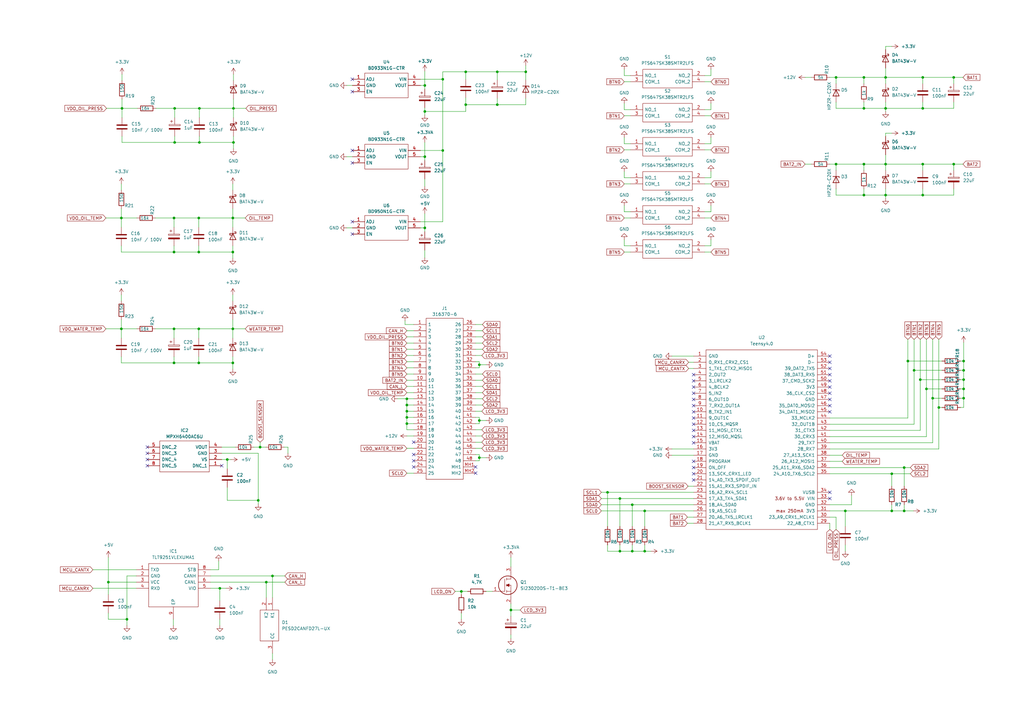
<source format=kicad_sch>
(kicad_sch (version 20230121) (generator eeschema)
  (paper "A3")
  (title_block (title "\"MicroKI\" - Digitale Zusatzanzeigen") (date "2023-11-07") (rev "P1.0") (company "Sascha Werblow aka. LitoWelt") (comment 1 "www.github.com/Xilent2010/MicroKI") (comment 2 "www.facebook.com/litowelt") (comment 3 "www.instagram.com/litowelt") (comment 4 "www.litowelt.com"))
  (lib_symbols
    (symbol "Device:C" (pin_numbers hide) (pin_names (offset 0.254))
      (property "Reference" "C" (at 0.635 2.54 0))
      (property "Value" "C" (at 0.635 -2.54 0))
      (symbol "C_1_1"
        (pin passive line (at 0 3.81 270) (length 2.794) (name "~") (number "1"))
        (pin passive line (at 0 -3.81 90) (length 2.794) (name "~") (number "2"))
      )
    )
    (symbol "Device:C_Polarized" (pin_numbers hide) (pin_names (offset 0.254))
      (property "Reference" "C" (at 0.635 2.54 0))
      (property "Value" "C_Polarized" (at 0.635 -2.54 0))
      (symbol "C_Polarized_1_1"
        (pin passive line (at 0 3.81 270) (length 2.794) (name "~") (number "1"))
        (pin passive line (at 0 -3.81 90) (length 2.794) (name "~") (number "2"))
      )
    )
    (symbol "Device:R" (pin_numbers hide) (pin_names (offset 0))
      (property "Reference" "R" (at 2.032 0 90))
      (property "Value" "R" (at 0 0 90))
      (symbol "R_1_1"
        (pin passive line (at 0 3.81 270) (length 1.27) (name "~") (number "1"))
        (pin passive line (at 0 -3.81 90) (length 1.27) (name "~") (number "2"))
      )
    )
    (symbol "Diode:BAT43W-V" (pin_numbers hide) (pin_names (offset 1.016) hide)
      (property "Reference" "D" (at 0 2.54 0))
      (property "Value" "BAT43W-V" (at 0 -2.54 0))
      (symbol "BAT43W-V_1_1"
        (pin passive line (at -3.81 0 0) (length 2.54) (name "K") (number "1"))
        (pin passive line (at 3.81 0 180) (length 2.54) (name "A") (number "2"))
      )
    )
    (symbol "Diode:ZPDxx" (pin_numbers hide) (pin_names hide)
      (property "Reference" "D" (at 0 2.54 0))
      (property "Value" "ZPDxx" (at 0 -2.54 0))
      (symbol "ZPDxx_1_1"
        (pin passive line (at -3.81 0 0) (length 2.54) (name "K") (number "1"))
        (pin passive line (at 3.81 0 180) (length 2.54) (name "A") (number "2"))
      )
    )
    (symbol "MicroKI:BD933N1-C"
      (property "Reference" "U" (at 0 0 0))
      (symbol "BD933N1-C_1_0"
        (pin passive line (at -13.97 10.16 0) (length 5.08) (name "ADJ") (number "1"))
        (pin passive line (at -13.97 7.62 0) (length 5.08) (name "GND") (number "2"))
        (pin passive line (at -13.97 5.08 0) (length 5.08) (name "EN") (number "3"))
        (pin passive line (at 13.97 10.16 180) (length 5.08) (name "VIN") (number "4"))
        (pin passive line (at 13.97 7.62 180) (length 5.08) (name "VOUT") (number "5"))
      )
    )
    (symbol "SamacSys_Parts:316370-6" (pin_names (offset 0.762))
      (property "Reference" "J" (at 21.59 7.62 0))
      (property "Value" "316370-6" (at 21.59 5.08 0))
      (symbol "316370-6_0_0"
        (pin passive line (at 0 0 0) (length 5.08) (name "1") (number "1"))
        (pin passive line (at 0 -22.86 0) (length 5.08) (name "10") (number "10"))
        (pin passive line (at 0 -25.4 0) (length 5.08) (name "11") (number "11"))
        (pin passive line (at 0 -27.94 0) (length 5.08) (name "12") (number "12"))
        (pin passive line (at 0 -30.48 0) (length 5.08) (name "13") (number "13"))
        (pin passive line (at 0 -33.02 0) (length 5.08) (name "14") (number "14"))
        (pin passive line (at 0 -35.56 0) (length 5.08) (name "15") (number "15"))
        (pin passive line (at 0 -38.1 0) (length 5.08) (name "16") (number "16"))
        (pin passive line (at 0 -40.64 0) (length 5.08) (name "17") (number "17"))
        (pin passive line (at 0 -43.18 0) (length 5.08) (name "18") (number "18"))
        (pin passive line (at 0 -45.72 0) (length 5.08) (name "19") (number "19"))
        (pin passive line (at 0 -2.54 0) (length 5.08) (name "2") (number "2"))
        (pin passive line (at 0 -48.26 0) (length 5.08) (name "20") (number "20"))
        (pin passive line (at 0 -50.8 0) (length 5.08) (name "21") (number "21"))
        (pin passive line (at 0 -53.34 0) (length 5.08) (name "22") (number "22"))
        (pin passive line (at 0 -55.88 0) (length 5.08) (name "23") (number "23"))
        (pin passive line (at 0 -58.42 0) (length 5.08) (name "24") (number "24"))
        (pin passive line (at 0 -60.96 0) (length 5.08) (name "25") (number "25"))
        (pin passive line (at 25.4 0 180) (length 5.08) (name "26") (number "26"))
        (pin passive line (at 25.4 -2.54 180) (length 5.08) (name "27") (number "27"))
        (pin passive line (at 25.4 -5.08 180) (length 5.08) (name "28") (number "28"))
        (pin passive line (at 25.4 -7.62 180) (length 5.08) (name "29") (number "29"))
        (pin passive line (at 0 -5.08 0) (length 5.08) (name "3") (number "3"))
        (pin passive line (at 25.4 -10.16 180) (length 5.08) (name "30") (number "30"))
        (pin passive line (at 25.4 -12.7 180) (length 5.08) (name "31") (number "31"))
        (pin passive line (at 25.4 -15.24 180) (length 5.08) (name "32") (number "32"))
        (pin passive line (at 25.4 -17.78 180) (length 5.08) (name "33") (number "33"))
        (pin passive line (at 25.4 -20.32 180) (length 5.08) (name "34") (number "34"))
        (pin passive line (at 25.4 -22.86 180) (length 5.08) (name "35") (number "35"))
        (pin passive line (at 25.4 -25.4 180) (length 5.08) (name "36") (number "36"))
        (pin passive line (at 25.4 -27.94 180) (length 5.08) (name "37") (number "37"))
        (pin passive line (at 25.4 -30.48 180) (length 5.08) (name "38") (number "38"))
        (pin passive line (at 25.4 -33.02 180) (length 5.08) (name "39") (number "39"))
        (pin passive line (at 0 -7.62 0) (length 5.08) (name "4") (number "4"))
        (pin passive line (at 25.4 -35.56 180) (length 5.08) (name "40") (number "40"))
        (pin passive line (at 25.4 -38.1 180) (length 5.08) (name "41") (number "41"))
        (pin passive line (at 25.4 -40.64 180) (length 5.08) (name "42") (number "42"))
        (pin passive line (at 25.4 -43.18 180) (length 5.08) (name "43") (number "43"))
        (pin passive line (at 25.4 -45.72 180) (length 5.08) (name "44") (number "44"))
        (pin passive line (at 25.4 -48.26 180) (length 5.08) (name "45") (number "45"))
        (pin passive line (at 25.4 -50.8 180) (length 5.08) (name "46") (number "46"))
        (pin passive line (at 25.4 -53.34 180) (length 5.08) (name "47") (number "47"))
        (pin passive line (at 25.4 -55.88 180) (length 5.08) (name "48") (number "48"))
        (pin passive line (at 0 -10.16 0) (length 5.08) (name "5") (number "5"))
        (pin passive line (at 0 -12.7 0) (length 5.08) (name "6") (number "6"))
        (pin passive line (at 0 -15.24 0) (length 5.08) (name "7") (number "7"))
        (pin passive line (at 0 -17.78 0) (length 5.08) (name "8") (number "8"))
        (pin passive line (at 0 -20.32 0) (length 5.08) (name "9") (number "9"))
        (pin passive line (at 25.4 -58.42 180) (length 5.08) (name "MH1") (number "MH1"))
        (pin passive line (at 25.4 -60.96 180) (length 5.08) (name "MH2") (number "MH2"))
      )
    )
    (symbol "SamacSys_Parts:MPXH6115AC6U" (pin_names (offset 0.762))
      (property "Reference" "IC" (at 26.67 7.62 0))
      (property "Value" "MPXH6115AC6U" (at 26.67 5.08 0))
      (symbol "MPXH6115AC6U_0_0"
        (pin passive line (at 30.48 -7.62 180) (length 5.08) (name "DNC_1") (number "1"))
        (pin passive line (at 30.48 -5.08 180) (length 5.08) (name "VS") (number "2"))
        (pin passive line (at 30.48 -2.54 180) (length 5.08) (name "GND") (number "3"))
        (pin passive line (at 30.48 0 180) (length 5.08) (name "VOUT") (number "4"))
        (pin passive line (at 0 0 0) (length 5.08) (name "DNC_2") (number "5"))
        (pin passive line (at 0 -2.54 0) (length 5.08) (name "DNC_3") (number "6"))
        (pin passive line (at 0 -5.08 0) (length 5.08) (name "DNC_4") (number "7"))
        (pin passive line (at 0 -7.62 0) (length 5.08) (name "DNC_5") (number "8"))
      )
    )
    (symbol "SamacSys_Parts:PESD2CANFD27L-UX" (pin_names (offset 0.762))
      (property "Reference" "D" (at 19.05 7.62 0))
      (property "Value" "PESD2CANFD27L-UX" (at 19.05 5.08 0))
      (symbol "PESD2CANFD27L-UX_0_0"
        (pin passive line (at 0 0 0) (length 5.08) (name "K1") (number "1"))
        (pin passive line (at 0 -2.54 0) (length 5.08) (name "K2") (number "2"))
        (pin passive line (at 22.86 0 180) (length 5.08) (name "CC") (number "3"))
      )
    )
    (symbol "SamacSys_Parts:PTS647SK38SMTR2LFS" (pin_names (offset 0.762))
      (property "Reference" "S" (at 26.67 7.62 0))
      (property "Value" "PTS647SK38SMTR2LFS" (at 26.67 5.08 0))
      (symbol "PTS647SK38SMTR2LFS_0_0"
        (pin passive line (at 0 0 0) (length 5.08) (name "NO_1") (number "1"))
        (pin passive line (at 30.48 0 180) (length 5.08) (name "NO_2") (number "2"))
        (pin passive line (at 0 -2.54 0) (length 5.08) (name "COM_1") (number "3"))
        (pin passive line (at 30.48 -2.54 180) (length 5.08) (name "COM_2") (number "4"))
      )
    )
    (symbol "SamacSys_Parts:SI2302DDS-T1-BE3" (pin_names (offset 0.762))
      (property "Reference" "Q" (at 11.43 3.81 0))
      (property "Value" "SI2302DDS-T1-BE3" (at 11.43 1.27 0))
      (symbol "SI2302DDS-T1-BE3_0_0"
        (pin passive line (at 0 0 0) (length 2.54) (name "~") (number "1"))
        (pin passive line (at 7.62 -5.08 90) (length 2.54) (name "~") (number "2"))
        (pin passive line (at 7.62 10.16 270) (length 2.54) (name "~") (number "3"))
      )
    )
    (symbol "SamacSys_Parts:TLT9251VLEXUMA1" (pin_names (offset 0.762))
      (property "Reference" "IC" (at 26.67 7.62 0))
      (property "Value" "TLT9251VLEXUMA1" (at 26.67 5.08 0))
      (symbol "TLT9251VLEXUMA1_0_0"
        (pin passive line (at 0 0 0) (length 5.08) (name "TXD") (number "1"))
        (pin passive line (at 0 -2.54 0) (length 5.08) (name "GND") (number "2"))
        (pin passive line (at 0 -5.08 0) (length 5.08) (name "VCC") (number "3"))
        (pin passive line (at 0 -7.62 0) (length 5.08) (name "RXD") (number "4"))
        (pin passive line (at 30.48 -7.62 180) (length 5.08) (name "VIO") (number "5"))
        (pin passive line (at 30.48 -5.08 180) (length 5.08) (name "CANL") (number "6"))
        (pin passive line (at 30.48 -2.54 180) (length 5.08) (name "CANH") (number "7"))
        (pin passive line (at 30.48 0 180) (length 5.08) (name "STB") (number "8"))
        (pin passive line (at 15.24 -20.32 90) (length 5.08) (name "EP") (number "9"))
      )
    )
    (symbol "power:+12V" (power) (pin_names (offset 0))
      (property "Value" "+12V" (at 0 3.556 0))
      (symbol "+12V_1_1"
        (pin power_in line (at 0 0 90) (length 0) hide (name "+12V") (number "1"))
      )
    )
    (symbol "power:+3.3V" (power) (pin_names (offset 0))
      (property "Value" "+3.3V" (at 0 3.556 0))
      (symbol "+3.3V_1_1"
        (pin power_in line (at 0 0 90) (length 0) hide (name "+3.3V") (number "1"))
      )
    )
    (symbol "power:+3.3VA" (power) (pin_names (offset 0))
      (property "Value" "+3.3VA" (at 0 3.556 0))
      (symbol "+3.3VA_1_1"
        (pin power_in line (at 0 0 90) (length 0) hide (name "+3.3VA") (number "1"))
      )
    )
    (symbol "power:+5V" (power) (pin_names (offset 0))
      (property "Value" "+5V" (at 0 3.556 0))
      (symbol "+5V_1_1"
        (pin power_in line (at 0 0 90) (length 0) hide (name "+5V") (number "1"))
      )
    )
    (symbol "power:GND" (power) (pin_names (offset 0))
      (property "Value" "GND" (at 0 -3.81 0))
      (symbol "GND_1_1"
        (pin power_in line (at 0 0 270) (length 0) hide (name "GND") (number "1"))
      )
    )
    (symbol "teensy:Teensy4.0" (pin_names (offset 1.016))
      (property "Reference" "U" (at 0 39.37 0))
      (property "Value" "Teensy4.0" (at 0 -39.37 0))
      (symbol "Teensy4.0_0_0"
        (text "3.6V to 5.5V" (at 11.43 -24.13 0) (effects (font (size 1.27 1.27))))
        (text "max 250mA" (at 11.43 -29.21 0) (effects (font (size 1.27 1.27))))
        (pin bidirectional line (at -27.94 11.43 0) (length 5.08) (name "8_TX2_IN1") (number "10"))
        (pin bidirectional line (at -27.94 8.89 0) (length 5.08) (name "9_OUT1C") (number "11"))
        (pin bidirectional line (at -27.94 6.35 0) (length 5.08) (name "10_CS_MQSR") (number "12"))
        (pin bidirectional line (at -27.94 3.81 0) (length 5.08) (name "11_MOSI_CTX1") (number "13"))
        (pin bidirectional line (at -27.94 1.27 0) (length 5.08) (name "12_MISO_MQSL") (number "14"))
        (pin power_in line (at -27.94 -1.27 0) (length 5.08) (name "VBAT") (number "15"))
        (pin power_in line (at -27.94 -3.81 0) (length 5.08) (name "3V3") (number "16"))
        (pin power_in line (at -27.94 -6.35 0) (length 5.08) (name "GND") (number "17"))
        (pin input line (at -27.94 -8.89 0) (length 5.08) (name "PROGRAM") (number "18"))
        (pin input line (at -27.94 -11.43 0) (length 5.08) (name "ON_OFF") (number "19"))
        (pin bidirectional line (at -27.94 -13.97 0) (length 5.08) (name "13_SCK_CRX1_LED") (number "20"))
        (pin bidirectional line (at -27.94 -16.51 0) (length 5.08) (name "14_A0_TX3_SPDIF_OUT") (number "21"))
        (pin bidirectional line (at -27.94 -19.05 0) (length 5.08) (name "15_A1_RX3_SPDIF_IN") (number "22"))
        (pin bidirectional line (at -27.94 -21.59 0) (length 5.08) (name "16_A2_RX4_SCL1") (number "23"))
        (pin bidirectional line (at -27.94 -24.13 0) (length 5.08) (name "17_A3_TX4_SDA1") (number "24"))
        (pin bidirectional line (at -27.94 -26.67 0) (length 5.08) (name "18_A4_SDA0") (number "25"))
        (pin bidirectional line (at -27.94 -29.21 0) (length 5.08) (name "19_A5_SCL0") (number "26"))
        (pin bidirectional line (at -27.94 -31.75 0) (length 5.08) (name "20_A6_TX5_LRCLK1") (number "27"))
        (pin bidirectional line (at -27.94 -34.29 0) (length 5.08) (name "21_A7_RX5_BCLK1") (number "28"))
        (pin bidirectional line (at 27.94 -34.29 180) (length 5.08) (name "22_A8_CTX1") (number "29"))
        (pin bidirectional line (at 27.94 -31.75 180) (length 5.08) (name "23_A9_CRX1_MCLK1") (number "30"))
        (pin power_out line (at 27.94 -29.21 180) (length 5.08) (name "3V3") (number "31"))
        (pin power_in line (at 27.94 -26.67 180) (length 5.08) (name "GND") (number "32"))
        (pin power_in line (at 27.94 -24.13 180) (length 5.08) (name "VIN") (number "33"))
        (pin power_out line (at 27.94 -21.59 180) (length 5.08) (name "VUSB") (number "34"))
        (pin bidirectional line (at 27.94 -13.97 180) (length 5.08) (name "24_A10_TX6_SCL2") (number "35"))
        (pin bidirectional line (at 27.94 -11.43 180) (length 5.08) (name "25_A11_RX6_SDA2") (number "36"))
        (pin bidirectional line (at 27.94 -8.89 180) (length 5.08) (name "26_A12_MOSI1") (number "37"))
        (pin bidirectional line (at 27.94 -6.35 180) (length 5.08) (name "27_A13_SCK1") (number "38"))
        (pin bidirectional line (at 27.94 -3.81 180) (length 5.08) (name "28_RX7") (number "39"))
        (pin bidirectional line (at 27.94 -1.27 180) (length 5.08) (name "29_TX7") (number "40"))
        (pin bidirectional line (at 27.94 1.27 180) (length 5.08) (name "30_CRX3") (number "41"))
        (pin bidirectional line (at 27.94 3.81 180) (length 5.08) (name "31_CTX3") (number "42"))
        (pin bidirectional line (at 27.94 6.35 180) (length 5.08) (name "32_OUT1B") (number "43"))
        (pin bidirectional line (at 27.94 8.89 180) (length 5.08) (name "33_MCLK2") (number "44"))
        (pin bidirectional line (at 27.94 11.43 180) (length 5.08) (name "34_DAT1_MISO2") (number "45"))
        (pin bidirectional line (at 27.94 13.97 180) (length 5.08) (name "35_DAT0_MOSI2") (number "46"))
        (pin power_out line (at 27.94 16.51 180) (length 5.08) (name "GND") (number "47"))
        (pin bidirectional line (at 27.94 19.05 180) (length 5.08) (name "36_CLK_CS2") (number "48"))
        (pin power_out line (at 27.94 21.59 180) (length 5.08) (name "3V3") (number "49"))
        (pin bidirectional line (at -27.94 24.13 0) (length 5.08) (name "3_LRCLK2") (number "5"))
        (pin bidirectional line (at 27.94 24.13 180) (length 5.08) (name "37_CMD_SCK2") (number "50"))
        (pin bidirectional line (at 27.94 26.67 180) (length 5.08) (name "38_DAT3_RX5") (number "51"))
        (pin bidirectional line (at 27.94 29.21 180) (length 5.08) (name "39_DAT2_TX5") (number "52"))
        (pin bidirectional line (at 27.94 31.75 180) (length 5.08) (name "D-") (number "53"))
        (pin bidirectional line (at 27.94 34.29 180) (length 5.08) (name "D+") (number "54"))
        (pin bidirectional line (at -27.94 21.59 0) (length 5.08) (name "4_BCLK2") (number "6"))
        (pin bidirectional line (at -27.94 19.05 0) (length 5.08) (name "5_IN2") (number "7"))
        (pin bidirectional line (at -27.94 16.51 0) (length 5.08) (name "6_OUT1D") (number "8"))
        (pin bidirectional line (at -27.94 13.97 0) (length 5.08) (name "7_RX2_OUT1A") (number "9"))
      )
      (symbol "Teensy4.0_1_1"
        (pin power_in line (at -27.94 34.29 0) (length 5.08) (name "GND") (number "1"))
        (pin bidirectional line (at -27.94 31.75 0) (length 5.08) (name "0_RX1_CRX2_CS1") (number "2"))
        (pin bidirectional line (at -27.94 29.21 0) (length 5.08) (name "1_TX1_CTX2_MISO1") (number "3"))
        (pin bidirectional line (at -27.94 26.67 0) (length 5.08) (name "2_OUT2") (number "4"))
      )
    )
  )
  (junction (at 378.46 31.75))
  (junction (at 166.878 166.116))
  (junction (at 174.244 93.472))
  (junction (at 385.064 167.132))
  (junction (at 95.758 58.42))
  (junction (at 354.33 31.75))
  (junction (at 254.254 204.47))
  (junction (at 166.878 163.576))
  (junction (at 354.33 67.31))
  (junction (at 391.16 67.31))
  (junction (at 378.46 67.31))
  (junction (at 105.918 205.232))
  (junction (at 81.534 148.844))
  (junction (at 166.878 168.656))
  (junction (at 52.07 254))
  (junction (at 196.596 187.706))
  (junction (at 95.504 134.874))
  (junction (at 81.534 103.378))
  (junction (at 191.008 42.926))
  (junction (at 395.224 151.892))
  (junction (at 71.374 103.378))
  (junction (at 71.628 44.45))
  (junction (at 174.244 45.72))
  (junction (at 166.878 173.736))
  (junction (at 95.758 44.45))
  (junction (at 354.33 80.01))
  (junction (at 174.244 35.052))
  (junction (at 363.22 44.45))
  (junction (at 209.55 250.19))
  (junction (at 109.22 238.76))
  (junction (at 181.61 32.512))
  (junction (at 259.334 226.06))
  (junction (at 249.174 201.93))
  (junction (at 391.16 31.75))
  (junction (at 49.784 134.874))
  (junction (at 90.17 241.3))
  (junction (at 95.504 148.844))
  (junction (at 254.254 226.06))
  (junction (at 395.224 148.082))
  (junction (at 382.524 163.322))
  (junction (at 191.008 29.464))
  (junction (at 377.444 155.702))
  (junction (at 95.504 103.378))
  (junction (at 71.628 58.42))
  (junction (at 363.22 80.01))
  (junction (at 395.224 163.322))
  (junction (at 95.504 89.408))
  (junction (at 203.962 42.926))
  (junction (at 44.45 238.76))
  (junction (at 342.9 67.31))
  (junction (at 166.878 171.196))
  (junction (at 370.84 209.55))
  (junction (at 354.33 44.45))
  (junction (at 365.76 209.55))
  (junction (at 174.244 64.262))
  (junction (at 363.22 31.75))
  (junction (at 342.9 31.75))
  (junction (at 81.788 44.45))
  (junction (at 81.534 89.408))
  (junction (at 81.534 134.874))
  (junction (at 71.374 148.844))
  (junction (at 215.646 29.464))
  (junction (at 111.76 236.22))
  (junction (at 71.374 134.874))
  (junction (at 106.68 183.388))
  (junction (at 363.22 67.31))
  (junction (at 181.61 61.722))
  (junction (at 346.71 209.55))
  (junction (at 372.364 148.082))
  (junction (at 264.414 226.06))
  (junction (at 49.784 89.408))
  (junction (at 189.23 242.57))
  (junction (at 395.224 155.702))
  (junction (at 379.984 159.512))
  (junction (at 365.76 194.31))
  (junction (at 259.334 207.01))
  (junction (at 93.218 188.468))
  (junction (at 378.46 44.45))
  (junction (at 71.374 89.408))
  (junction (at 196.596 172.466))
  (junction (at 264.414 209.55))
  (junction (at 81.788 58.42))
  (junction (at 374.904 151.892))
  (junction (at 370.84 191.77))
  (junction (at 378.46 80.01))
  (junction (at 203.962 29.464))
  (junction (at 395.224 159.512))
  (junction (at 50.038 44.45))
  (junction (at 196.596 149.606))
  (no_connect (at 340.36 151.13))
  (no_connect (at 169.672 188.976))
  (no_connect (at 284.48 179.07))
  (no_connect (at 284.48 163.83))
  (no_connect (at 284.48 158.75))
  (no_connect (at 340.36 168.91))
  (no_connect (at 340.36 161.29))
  (no_connect (at 340.36 204.47))
  (no_connect (at 340.36 153.67))
  (no_connect (at 340.36 166.37))
  (no_connect (at 284.48 191.77))
  (no_connect (at 284.48 173.99))
  (no_connect (at 169.672 191.516))
  (no_connect (at 90.932 191.008))
  (no_connect (at 284.48 156.21))
  (no_connect (at 284.48 181.61))
  (no_connect (at 340.36 163.83))
  (no_connect (at 144.526 61.722))
  (no_connect (at 60.452 191.008))
  (no_connect (at 60.452 183.388))
  (no_connect (at 169.672 186.436))
  (no_connect (at 284.48 194.31))
  (no_connect (at 60.452 185.928))
  (no_connect (at 340.36 156.21))
  (no_connect (at 340.36 158.75))
  (no_connect (at 195.072 191.516))
  (no_connect (at 284.48 153.67))
  (no_connect (at 195.072 194.056))
  (no_connect (at 284.48 189.23))
  (no_connect (at 169.672 181.356))
  (no_connect (at 284.48 171.45))
  (no_connect (at 144.526 37.592))
  (no_connect (at 284.48 161.29))
  (no_connect (at 284.48 168.91))
  (no_connect (at 60.452 188.468))
  (no_connect (at 144.526 90.932))
  (no_connect (at 284.48 176.53))
  (no_connect (at 340.36 148.59))
  (no_connect (at 144.526 96.012))
  (no_connect (at 284.48 196.85))
  (no_connect (at 144.526 32.512))
  (no_connect (at 144.526 66.802))
  (no_connect (at 340.36 146.05))
  (no_connect (at 340.36 201.93))
  (no_connect (at 284.48 166.37))
  (wire (pts (xy 111.76 236.22) (xy 116.84 236.22)))
  (wire (pts (xy 166.878 166.116) (xy 169.672 166.116)))
  (wire (pts (xy 95.504 131.064) (xy 95.504 134.874)))
  (wire (pts (xy 377.444 155.702) (xy 377.444 176.53)))
  (wire (pts (xy 363.22 77.47) (xy 363.22 80.01)))
  (wire (pts (xy 246.634 204.47) (xy 254.254 204.47)))
  (wire (pts (xy 71.374 146.304) (xy 71.374 148.844)))
  (wire (pts (xy 195.072 171.196) (xy 196.596 171.196)))
  (wire (pts (xy 259.334 207.01) (xy 284.48 207.01)))
  (wire (pts (xy 363.22 67.31) (xy 378.46 67.31)))
  (wire (pts (xy 259.334 226.06) (xy 264.414 226.06)))
  (wire (pts (xy 391.16 31.75) (xy 394.97 31.75)))
  (wire (pts (xy 93.218 188.468) (xy 94.742 188.468)))
  (wire (pts (xy 354.33 44.45) (xy 363.22 44.45)))
  (wire (pts (xy 254.254 204.47) (xy 284.48 204.47)))
  (wire (pts (xy 169.672 133.096) (xy 166.116 133.096)))
  (wire (pts (xy 189.23 251.46) (xy 189.23 254)))
  (wire (pts (xy 43.434 134.874) (xy 49.784 134.874)))
  (wire (pts (xy 95.504 89.408) (xy 95.504 93.218)))
  (wire (pts (xy 174.244 29.21) (xy 174.244 35.052)))
  (wire (pts (xy 379.984 179.07) (xy 340.36 179.07)))
  (wire (pts (xy 215.646 42.926) (xy 215.646 40.386)))
  (wire (pts (xy 189.23 242.57) (xy 191.77 242.57)))
  (wire (pts (xy 196.596 149.606) (xy 196.596 150.876)))
  (wire (pts (xy 81.534 89.408) (xy 81.534 93.218)))
  (wire (pts (xy 354.33 31.75) (xy 342.9 31.75)))
  (wire (pts (xy 249.174 226.06) (xy 254.254 226.06)))
  (wire (pts (xy 370.84 191.77) (xy 370.84 199.39)))
  (wire (pts (xy 166.878 173.736) (xy 169.672 173.736)))
  (wire (pts (xy 363.22 80.01) (xy 378.46 80.01)))
  (wire (pts (xy 254.254 226.06) (xy 259.334 226.06)))
  (wire (pts (xy 197.612 178.816) (xy 195.072 178.816)))
  (wire (pts (xy 377.444 155.702) (xy 386.334 155.702)))
  (wire (pts (xy 282.448 148.59) (xy 284.48 148.59)))
  (wire (pts (xy 289.052 86.868) (xy 291.592 86.868)))
  (wire (pts (xy 195.072 186.436) (xy 196.596 186.436)))
  (wire (pts (xy 93.218 188.468) (xy 93.218 192.278)))
  (wire (pts (xy 197.866 138.176) (xy 195.072 138.176)))
  (wire (pts (xy 90.17 254) (xy 90.17 256.54)))
  (wire (pts (xy 370.84 207.01) (xy 370.84 209.55)))
  (wire (pts (xy 166.878 163.576) (xy 169.672 163.576)))
  (wire (pts (xy 374.904 173.99) (xy 340.36 173.99)))
  (wire (pts (xy 385.064 184.15) (xy 340.36 184.15)))
  (wire (pts (xy 256.032 33.528) (xy 258.572 33.528)))
  (wire (pts (xy 289.052 44.958) (xy 291.592 44.958)))
  (wire (pts (xy 340.36 181.61) (xy 382.524 181.61)))
  (wire (pts (xy 174.244 45.72) (xy 174.244 47.244)))
  (wire (pts (xy 377.444 155.702) (xy 377.444 139.192)))
  (wire (pts (xy 289.052 103.378) (xy 291.592 103.378)))
  (wire (pts (xy 196.596 187.706) (xy 199.39 187.706)))
  (wire (pts (xy 111.76 267.97) (xy 111.76 270.51)))
  (wire (pts (xy 372.364 171.45) (xy 340.36 171.45)))
  (wire (pts (xy 291.592 70.358) (xy 291.592 72.898)))
  (wire (pts (xy 264.414 209.55) (xy 264.414 215.9)))
  (wire (pts (xy 81.534 146.304) (xy 81.534 148.844)))
  (wire (pts (xy 342.9 212.09) (xy 340.36 212.09)))
  (wire (pts (xy 49.784 134.874) (xy 49.784 138.684)))
  (wire (pts (xy 95.504 89.408) (xy 100.584 89.408)))
  (wire (pts (xy 116.586 183.388) (xy 118.11 183.388)))
  (wire (pts (xy 71.628 44.45) (xy 81.788 44.45)))
  (wire (pts (xy 196.596 148.336) (xy 196.596 149.606)))
  (wire (pts (xy 391.16 67.31) (xy 391.16 69.85)))
  (wire (pts (xy 374.904 151.892) (xy 374.904 173.99)))
  (wire (pts (xy 90.932 188.468) (xy 93.218 188.468)))
  (wire (pts (xy 90.17 241.3) (xy 92.71 241.3)))
  (wire (pts (xy 166.878 140.716) (xy 169.672 140.716)))
  (wire (pts (xy 71.12 254) (xy 71.12 256.54)))
  (wire (pts (xy 181.61 32.512) (xy 181.61 61.722)))
  (wire (pts (xy 49.784 89.408) (xy 56.134 89.408)))
  (wire (pts (xy 370.84 191.77) (xy 373.38 191.77)))
  (wire (pts (xy 181.61 61.722) (xy 181.61 90.932)))
  (wire (pts (xy 372.364 148.082) (xy 372.364 171.45)))
  (wire (pts (xy 354.33 69.85) (xy 354.33 67.31)))
  (wire (pts (xy 95.504 148.844) (xy 95.504 146.304)))
  (wire (pts (xy 197.866 135.636) (xy 195.072 135.636)))
  (wire (pts (xy 256.032 58.928) (xy 258.572 58.928)))
  (wire (pts (xy 174.244 64.262) (xy 172.466 64.262)))
  (wire (pts (xy 256.032 75.438) (xy 258.572 75.438)))
  (wire (pts (xy 363.22 54.61) (xy 365.76 54.61)))
  (wire (pts (xy 95.504 148.844) (xy 95.504 151.384)))
  (wire (pts (xy 189.23 243.84) (xy 189.23 242.57)))
  (wire (pts (xy 174.244 93.472) (xy 172.466 93.472)))
  (wire (pts (xy 391.16 67.31) (xy 394.97 67.31)))
  (wire (pts (xy 256.032 47.498) (xy 258.572 47.498)))
  (wire (pts (xy 215.646 26.924) (xy 215.646 29.464)))
  (wire (pts (xy 166.878 183.896) (xy 169.672 183.896)))
  (wire (pts (xy 378.46 67.31) (xy 378.46 69.85)))
  (wire (pts (xy 64.008 44.45) (xy 71.628 44.45)))
  (wire (pts (xy 191.008 45.72) (xy 191.008 42.926)))
  (wire (pts (xy 391.16 80.01) (xy 391.16 77.47)))
  (wire (pts (xy 166.878 145.796) (xy 169.672 145.796)))
  (wire (pts (xy 354.33 31.75) (xy 363.22 31.75)))
  (wire (pts (xy 90.17 241.3) (xy 90.17 246.38)))
  (wire (pts (xy 166.878 161.036) (xy 169.672 161.036)))
  (wire (pts (xy 142.24 93.472) (xy 144.526 93.472)))
  (wire (pts (xy 197.866 153.416) (xy 195.072 153.416)))
  (wire (pts (xy 289.052 30.988) (xy 291.592 30.988)))
  (wire (pts (xy 71.374 134.874) (xy 71.374 138.684)))
  (wire (pts (xy 259.334 223.52) (xy 259.334 226.06)))
  (wire (pts (xy 254.254 223.52) (xy 254.254 226.06)))
  (wire (pts (xy 246.634 201.93) (xy 249.174 201.93)))
  (wire (pts (xy 284.48 186.69) (xy 275.59 186.69)))
  (wire (pts (xy 81.534 103.378) (xy 95.504 103.378)))
  (wire (pts (xy 289.052 89.408) (xy 291.592 89.408)))
  (wire (pts (xy 197.866 163.576) (xy 195.072 163.576)))
  (wire (pts (xy 291.592 98.298) (xy 291.592 100.838)))
  (wire (pts (xy 264.414 226.06) (xy 264.414 223.52)))
  (wire (pts (xy 197.866 143.256) (xy 195.072 143.256)))
  (wire (pts (xy 246.634 209.55) (xy 264.414 209.55)))
  (wire (pts (xy 49.784 85.598) (xy 49.784 89.408)))
  (wire (pts (xy 166.878 168.656) (xy 169.672 168.656)))
  (wire (pts (xy 50.038 30.48) (xy 50.038 33.02)))
  (wire (pts (xy 254.254 215.9) (xy 254.254 204.47)))
  (wire (pts (xy 95.758 44.45) (xy 95.758 48.26)))
  (wire (pts (xy 393.954 163.322) (xy 395.224 163.322)))
  (wire (pts (xy 38.1 233.68) (xy 55.88 233.68)))
  (wire (pts (xy 395.224 155.702) (xy 395.224 151.892)))
  (wire (pts (xy 363.22 20.32) (xy 363.22 19.05)))
  (wire (pts (xy 379.984 159.512) (xy 379.984 139.192)))
  (wire (pts (xy 256.032 86.868) (xy 258.572 86.868)))
  (wire (pts (xy 395.224 155.702) (xy 395.224 159.512)))
  (wire (pts (xy 370.84 209.55) (xy 374.65 209.55)))
  (wire (pts (xy 174.244 94.996) (xy 174.244 93.472)))
  (wire (pts (xy 105.918 205.232) (xy 105.918 206.756)))
  (wire (pts (xy 89.662 230.124) (xy 89.662 233.68)))
  (wire (pts (xy 363.22 80.01) (xy 363.22 81.28)))
  (wire (pts (xy 386.334 167.132) (xy 385.064 167.132)))
  (wire (pts (xy 289.052 72.898) (xy 291.592 72.898)))
  (wire (pts (xy 363.22 31.75) (xy 363.22 34.29)))
  (wire (pts (xy 81.534 148.844) (xy 95.504 148.844)))
  (wire (pts (xy 370.84 191.77) (xy 340.36 191.77)))
  (wire (pts (xy 289.052 61.468) (xy 291.592 61.468)))
  (wire (pts (xy 93.218 199.898) (xy 93.218 205.232)))
  (wire (pts (xy 378.46 77.47) (xy 378.46 80.01)))
  (wire (pts (xy 249.174 215.9) (xy 249.174 201.93)))
  (wire (pts (xy 166.878 135.636) (xy 169.672 135.636)))
  (wire (pts (xy 166.878 173.736) (xy 166.878 176.276)))
  (wire (pts (xy 215.646 29.464) (xy 203.962 29.464)))
  (wire (pts (xy 174.244 102.616) (xy 174.244 105.664)))
  (wire (pts (xy 181.61 32.512) (xy 181.61 29.464)))
  (wire (pts (xy 393.954 167.132) (xy 395.224 167.132)))
  (wire (pts (xy 95.504 134.874) (xy 95.504 138.684)))
  (wire (pts (xy 174.244 45.72) (xy 191.008 45.72)))
  (wire (pts (xy 256.032 61.468) (xy 258.572 61.468)))
  (wire (pts (xy 374.904 151.892) (xy 386.334 151.892)))
  (wire (pts (xy 363.22 44.45) (xy 363.22 45.72)))
  (wire (pts (xy 95.504 134.874) (xy 100.584 134.874)))
  (wire (pts (xy 71.374 148.844) (xy 81.534 148.844)))
  (wire (pts (xy 95.758 44.45) (xy 100.838 44.45)))
  (wire (pts (xy 71.628 44.45) (xy 71.628 48.26)))
  (wire (pts (xy 382.524 163.322) (xy 382.524 181.61)))
  (wire (pts (xy 391.16 44.45) (xy 391.16 41.91)))
  (wire (pts (xy 199.39 242.57) (xy 201.93 242.57)))
  (wire (pts (xy 209.55 260.35) (xy 209.55 261.874)))
  (wire (pts (xy 71.374 89.408) (xy 71.374 93.218)))
  (wire (pts (xy 166.878 178.816) (xy 169.672 178.816)))
  (wire (pts (xy 209.55 250.19) (xy 213.36 250.19)))
  (wire (pts (xy 197.612 181.356) (xy 195.072 181.356)))
  (wire (pts (xy 172.466 32.512) (xy 181.61 32.512)))
  (wire (pts (xy 378.46 44.45) (xy 391.16 44.45)))
  (wire (pts (xy 342.9 80.01) (xy 354.33 80.01)))
  (wire (pts (xy 95.504 120.904) (xy 95.504 123.444)))
  (wire (pts (xy 44.45 228.6) (xy 44.45 238.76)))
  (wire (pts (xy 264.414 226.06) (xy 266.954 226.06)))
  (wire (pts (xy 166.878 171.196) (xy 166.878 173.736)))
  (wire (pts (xy 166.878 148.336) (xy 169.672 148.336)))
  (wire (pts (xy 81.788 58.42) (xy 95.758 58.42)))
  (wire (pts (xy 166.878 168.656) (xy 166.878 171.196)))
  (wire (pts (xy 363.22 63.5) (xy 363.22 67.31)))
  (wire (pts (xy 256.032 42.418) (xy 256.032 44.958)))
  (wire (pts (xy 264.414 209.55) (xy 284.48 209.55)))
  (wire (pts (xy 197.612 183.896) (xy 195.072 183.896)))
  (wire (pts (xy 363.22 19.05) (xy 365.76 19.05)))
  (wire (pts (xy 378.46 31.75) (xy 391.16 31.75)))
  (wire (pts (xy 365.76 207.01) (xy 365.76 209.55)))
  (wire (pts (xy 379.984 159.512) (xy 386.334 159.512)))
  (wire (pts (xy 52.07 254) (xy 52.07 256.54)))
  (wire (pts (xy 71.374 89.408) (xy 81.534 89.408)))
  (wire (pts (xy 354.33 34.29) (xy 354.33 31.75)))
  (wire (pts (xy 340.36 189.23) (xy 345.44 189.23)))
  (wire (pts (xy 342.9 41.91) (xy 342.9 44.45)))
  (wire (pts (xy 95.758 30.48) (xy 95.758 33.02)))
  (wire (pts (xy 174.244 65.786) (xy 174.244 64.262)))
  (wire (pts (xy 111.76 245.11) (xy 111.76 236.22)))
  (wire (pts (xy 342.9 77.47) (xy 342.9 80.01)))
  (wire (pts (xy 50.038 44.45) (xy 56.388 44.45)))
  (wire (pts (xy 256.032 72.898) (xy 258.572 72.898)))
  (wire (pts (xy 284.48 184.15) (xy 275.59 184.15)))
  (wire (pts (xy 71.628 55.88) (xy 71.628 58.42)))
  (wire (pts (xy 106.68 181.356) (xy 106.68 183.388)))
  (wire (pts (xy 71.374 103.378) (xy 81.534 103.378)))
  (wire (pts (xy 166.878 153.416) (xy 169.672 153.416)))
  (wire (pts (xy 81.534 134.874) (xy 95.504 134.874)))
  (wire (pts (xy 166.878 143.256) (xy 169.672 143.256)))
  (wire (pts (xy 209.55 247.65) (xy 209.55 250.19)))
  (wire (pts (xy 81.534 89.408) (xy 95.504 89.408)))
  (wire (pts (xy 385.064 139.192) (xy 385.064 167.132)))
  (wire (pts (xy 349.25 203.2) (xy 349.25 207.01)))
  (wire (pts (xy 395.224 163.322) (xy 395.224 159.512)))
  (wire (pts (xy 81.534 100.838) (xy 81.534 103.378)))
  (wire (pts (xy 342.9 44.45) (xy 354.33 44.45)))
  (wire (pts (xy 379.984 159.512) (xy 379.984 179.07)))
  (wire (pts (xy 372.364 148.082) (xy 372.364 139.192)))
  (wire (pts (xy 256.032 100.838) (xy 258.572 100.838)))
  (wire (pts (xy 191.008 42.926) (xy 203.962 42.926)))
  (wire (pts (xy 49.784 100.838) (xy 49.784 103.378)))
  (wire (pts (xy 291.592 84.328) (xy 291.592 86.868)))
  (wire (pts (xy 52.07 236.22) (xy 52.07 254)))
  (wire (pts (xy 249.174 223.52) (xy 249.174 226.06)))
  (wire (pts (xy 346.71 223.52) (xy 346.71 226.06)))
  (wire (pts (xy 197.612 176.276) (xy 195.072 176.276)))
  (wire (pts (xy 291.592 42.418) (xy 291.592 44.958)))
  (wire (pts (xy 166.878 163.576) (xy 166.878 166.116)))
  (wire (pts (xy 49.784 148.844) (xy 71.374 148.844)))
  (wire (pts (xy 259.334 207.01) (xy 259.334 215.9)))
  (wire (pts (xy 44.45 251.46) (xy 44.45 254)))
  (wire (pts (xy 363.22 67.31) (xy 363.22 69.85)))
  (wire (pts (xy 43.688 44.45) (xy 50.038 44.45)))
  (wire (pts (xy 109.22 238.76) (xy 116.84 238.76)))
  (wire (pts (xy 197.612 168.656) (xy 195.072 168.656)))
  (wire (pts (xy 166.878 176.276) (xy 169.672 176.276)))
  (wire (pts (xy 346.71 209.55) (xy 346.71 215.9)))
  (wire (pts (xy 174.244 87.63) (xy 174.244 93.472)))
  (wire (pts (xy 81.788 44.45) (xy 81.788 48.26)))
  (wire (pts (xy 340.36 207.01) (xy 349.25 207.01)))
  (wire (pts (xy 142.24 64.262) (xy 144.526 64.262)))
  (wire (pts (xy 289.052 100.838) (xy 291.592 100.838)))
  (wire (pts (xy 197.612 145.796) (xy 195.072 145.796)))
  (wire (pts (xy 71.374 100.838) (xy 71.374 103.378)))
  (wire (pts (xy 95.504 103.378) (xy 95.504 100.838)))
  (wire (pts (xy 63.754 89.408) (xy 71.374 89.408)))
  (wire (pts (xy 196.596 187.706) (xy 196.596 188.976)))
  (wire (pts (xy 49.784 131.064) (xy 49.784 134.874)))
  (wire (pts (xy 395.224 167.132) (xy 395.224 163.322)))
  (wire (pts (xy 342.9 31.75) (xy 340.36 31.75)))
  (wire (pts (xy 49.784 120.904) (xy 49.784 123.444)))
  (wire (pts (xy 191.008 29.464) (xy 191.008 32.512)))
  (wire (pts (xy 195.072 148.336) (xy 196.596 148.336)))
  (wire (pts (xy 342.9 31.75) (xy 342.9 34.29)))
  (wire (pts (xy 209.55 250.19) (xy 209.55 252.73)))
  (wire (pts (xy 289.052 75.438) (xy 291.592 75.438)))
  (wire (pts (xy 106.68 183.388) (xy 108.966 183.388)))
  (wire (pts (xy 203.962 42.926) (xy 203.962 40.386)))
  (wire (pts (xy 197.866 140.716) (xy 195.072 140.716)))
  (wire (pts (xy 363.22 44.45) (xy 378.46 44.45)))
  (wire (pts (xy 195.072 133.096) (xy 197.866 133.096)))
  (wire (pts (xy 196.596 188.976) (xy 195.072 188.976)))
  (wire (pts (xy 256.032 89.408) (xy 258.572 89.408)))
  (wire (pts (xy 95.758 58.42) (xy 95.758 60.96)))
  (wire (pts (xy 378.46 80.01) (xy 391.16 80.01)))
  (wire (pts (xy 203.962 29.464) (xy 203.962 32.766)))
  (wire (pts (xy 197.866 166.116) (xy 195.072 166.116)))
  (wire (pts (xy 378.46 67.31) (xy 391.16 67.31)))
  (wire (pts (xy 391.16 31.75) (xy 391.16 34.29)))
  (wire (pts (xy 209.55 228.6) (xy 209.55 232.41)))
  (wire (pts (xy 118.11 183.388) (xy 118.11 185.928)))
  (wire (pts (xy 191.008 40.132) (xy 191.008 42.926)))
  (wire (pts (xy 340.36 186.69) (xy 345.44 186.69)))
  (wire (pts (xy 166.878 150.876) (xy 169.672 150.876)))
  (wire (pts (xy 291.592 56.388) (xy 291.592 58.928)))
  (wire (pts (xy 196.596 186.436) (xy 196.596 187.706)))
  (wire (pts (xy 174.244 35.052) (xy 172.466 35.052)))
  (wire (pts (xy 105.918 205.232) (xy 105.918 185.928)))
  (wire (pts (xy 196.596 150.876) (xy 195.072 150.876)))
  (wire (pts (xy 354.33 80.01) (xy 363.22 80.01)))
  (wire (pts (xy 289.052 58.928) (xy 291.592 58.928)))
  (wire (pts (xy 52.07 254) (xy 44.45 254)))
  (wire (pts (xy 196.596 172.466) (xy 196.596 173.736)))
  (wire (pts (xy 166.878 171.196) (xy 169.672 171.196)))
  (wire (pts (xy 354.33 67.31) (xy 363.22 67.31)))
  (wire (pts (xy 50.038 58.42) (xy 71.628 58.42)))
  (wire (pts (xy 282.448 151.13) (xy 284.48 151.13)))
  (wire (pts (xy 86.36 236.22) (xy 111.76 236.22)))
  (wire (pts (xy 81.534 134.874) (xy 81.534 138.684)))
  (wire (pts (xy 354.33 67.31) (xy 342.9 67.31)))
  (wire (pts (xy 196.596 171.196) (xy 196.596 172.466)))
  (wire (pts (xy 256.032 103.378) (xy 258.572 103.378)))
  (wire (pts (xy 166.878 166.116) (xy 166.878 168.656)))
  (wire (pts (xy 49.784 89.408) (xy 49.784 93.218)))
  (wire (pts (xy 203.962 42.926) (xy 215.646 42.926)))
  (wire (pts (xy 81.788 44.45) (xy 95.758 44.45)))
  (wire (pts (xy 363.22 55.88) (xy 363.22 54.61)))
  (wire (pts (xy 330.2 67.31) (xy 332.74 67.31)))
  (wire (pts (xy 196.596 172.466) (xy 199.39 172.466)))
  (wire (pts (xy 363.22 31.75) (xy 378.46 31.75)))
  (wire (pts (xy 197.866 158.496) (xy 195.072 158.496)))
  (wire (pts (xy 393.954 151.892) (xy 395.224 151.892)))
  (wire (pts (xy 382.524 163.322) (xy 386.334 163.322)))
  (wire (pts (xy 256.032 98.298) (xy 256.032 100.838)))
  (wire (pts (xy 49.784 146.304) (xy 49.784 148.844)))
  (wire (pts (xy 166.878 138.176) (xy 169.672 138.176)))
  (wire (pts (xy 354.33 41.91) (xy 354.33 44.45)))
  (wire (pts (xy 291.592 28.448) (xy 291.592 30.988)))
  (wire (pts (xy 50.038 44.45) (xy 50.038 48.26)))
  (wire (pts (xy 342.9 67.31) (xy 340.36 67.31)))
  (wire (pts (xy 49.784 75.438) (xy 49.784 77.978)))
  (wire (pts (xy 174.244 36.576) (xy 174.244 35.052)))
  (wire (pts (xy 385.064 167.132) (xy 385.064 184.15)))
  (wire (pts (xy 63.754 134.874) (xy 71.374 134.874)))
  (wire (pts (xy 365.76 194.31) (xy 365.76 199.39)))
  (wire (pts (xy 365.76 209.55) (xy 370.84 209.55)))
  (wire (pts (xy 95.504 85.598) (xy 95.504 89.408)))
  (wire (pts (xy 256.032 56.388) (xy 256.032 58.928)))
  (wire (pts (xy 363.22 27.94) (xy 363.22 31.75)))
  (wire (pts (xy 86.36 233.68) (xy 89.662 233.68)))
  (wire (pts (xy 281.94 212.09) (xy 284.48 212.09)))
  (wire (pts (xy 393.954 159.512) (xy 395.224 159.512)))
  (wire (pts (xy 393.954 155.702) (xy 395.224 155.702)))
  (wire (pts (xy 289.052 33.528) (xy 291.592 33.528)))
  (wire (pts (xy 166.878 158.496) (xy 169.672 158.496)))
  (wire (pts (xy 186.69 242.57) (xy 189.23 242.57)))
  (wire (pts (xy 340.36 209.55) (xy 346.71 209.55)))
  (wire (pts (xy 196.596 173.736) (xy 195.072 173.736)))
  (wire (pts (xy 330.2 31.75) (xy 332.74 31.75)))
  (wire (pts (xy 109.22 245.11) (xy 109.22 238.76)))
  (wire (pts (xy 142.24 35.052) (xy 144.526 35.052)))
  (wire (pts (xy 104.14 183.388) (xy 106.68 183.388)))
  (wire (pts (xy 346.71 209.55) (xy 365.76 209.55)))
  (wire (pts (xy 95.758 40.64) (xy 95.758 44.45)))
  (wire (pts (xy 246.634 207.01) (xy 259.334 207.01)))
  (wire (pts (xy 163.068 163.576) (xy 166.878 163.576)))
  (wire (pts (xy 166.116 131.572) (xy 166.116 133.096)))
  (wire (pts (xy 256.032 84.328) (xy 256.032 86.868)))
  (wire (pts (xy 174.244 73.406) (xy 174.244 76.454)))
  (wire (pts (xy 342.9 217.17) (xy 342.9 212.09)))
  (wire (pts (xy 50.038 40.64) (xy 50.038 44.45)))
  (wire (pts (xy 340.36 214.63) (xy 340.36 217.17)))
  (wire (pts (xy 181.61 29.464) (xy 191.008 29.464)))
  (wire (pts (xy 378.46 41.91) (xy 378.46 44.45)))
  (wire (pts (xy 215.646 32.766) (xy 215.646 29.464)))
  (wire (pts (xy 354.33 77.47) (xy 354.33 80.01)))
  (wire (pts (xy 256.032 30.988) (xy 258.572 30.988)))
  (wire (pts (xy 382.524 163.322) (xy 382.524 139.192)))
  (wire (pts (xy 95.758 58.42) (xy 95.758 55.88)))
  (wire (pts (xy 196.596 149.606) (xy 199.39 149.606)))
  (wire (pts (xy 71.628 58.42) (xy 81.788 58.42)))
  (wire (pts (xy 378.46 31.75) (xy 378.46 34.29)))
  (wire (pts (xy 256.032 70.358) (xy 256.032 72.898)))
  (wire (pts (xy 284.48 146.05) (xy 275.59 146.05)))
  (wire (pts (xy 249.174 201.93) (xy 284.48 201.93)))
  (wire (pts (xy 95.504 103.378) (xy 95.504 105.918)))
  (wire (pts (xy 95.504 75.438) (xy 95.504 77.978)))
  (wire (pts (xy 393.954 148.082) (xy 395.224 148.082)))
  (wire (pts (xy 197.866 161.036) (xy 195.072 161.036)))
  (wire (pts (xy 281.94 214.63) (xy 284.48 214.63)))
  (wire (pts (xy 166.878 194.056) (xy 169.672 194.056)))
  (wire (pts (xy 289.052 47.498) (xy 291.592 47.498)))
  (wire (pts (xy 174.244 58.42) (xy 174.244 64.262)))
  (wire (pts (xy 256.032 44.958) (xy 258.572 44.958)))
  (wire (pts (xy 93.218 205.232) (xy 105.918 205.232)))
  (wire (pts (xy 377.444 176.53) (xy 340.36 176.53)))
  (wire (pts (xy 363.22 41.91) (xy 363.22 44.45)))
  (wire (pts (xy 203.962 29.464) (xy 191.008 29.464)))
  (wire (pts (xy 282.194 199.39) (xy 284.48 199.39)))
  (wire (pts (xy 256.032 28.448) (xy 256.032 30.988)))
  (wire (pts (xy 71.374 134.874) (xy 81.534 134.874)))
  (wire (pts (xy 395.224 151.892) (xy 395.224 148.082)))
  (wire (pts (xy 365.76 194.31) (xy 373.38 194.31)))
  (wire (pts (xy 90.932 183.388) (xy 96.52 183.388)))
  (wire (pts (xy 44.45 238.76) (xy 55.88 238.76)))
  (wire (pts (xy 81.788 55.88) (xy 81.788 58.42)))
  (wire (pts (xy 340.36 194.31) (xy 365.76 194.31)))
  (wire (pts (xy 38.1 241.3) (xy 55.88 241.3)))
  (wire (pts (xy 90.932 185.928) (xy 105.918 185.928)))
  (wire (pts (xy 50.038 55.88) (xy 50.038 58.42)))
  (wire (pts (xy 342.9 67.31) (xy 342.9 69.85)))
  (wire (pts (xy 395.224 148.082) (xy 395.224 140.462)))
  (wire (pts (xy 86.36 241.3) (xy 90.17 241.3)))
  (wire (pts (xy 49.784 134.874) (xy 56.134 134.874)))
  (wire (pts (xy 49.784 103.378) (xy 71.374 103.378)))
  (wire (pts (xy 55.88 236.22) (xy 52.07 236.22)))
  (wire (pts (xy 195.072 155.956) (xy 197.866 155.956)))
  (wire (pts (xy 172.466 61.722) (xy 181.61 61.722)))
  (wire (pts (xy 43.434 89.408) (xy 49.784 89.408)))
  (wire (pts (xy 86.36 238.76) (xy 109.22 238.76)))
  (wire (pts (xy 166.878 155.956) (xy 169.672 155.956)))
  (wire (pts (xy 44.45 243.84) (xy 44.45 238.76)))
  (wire (pts (xy 174.244 44.196) (xy 174.244 45.72)))
  (wire (pts (xy 172.466 90.932) (xy 181.61 90.932)))
  (wire (pts (xy 372.364 148.082) (xy 386.334 148.082)))
  (wire (pts (xy 374.904 151.892) (xy 374.904 139.192)))
  (global_label "LCD_3V3" (shape input) (at 197.612 181.356 0) (property "Intersheetrefs" "${INTERSHEET_REFS}" (effects hide)))
  (global_label "VDO_WATER_TEMP" (shape input) (at 166.878 183.896 180) (property "Intersheetrefs" "${INTERSHEET_REFS}" (effects hide)))
  (global_label "BTN3" (shape input) (at 291.592 75.438 0) (property "Intersheetrefs" "${INTERSHEET_REFS}" (effects hide)))
  (global_label "LCD_3V3" (shape input) (at 197.612 168.656 0) (property "Intersheetrefs" "${INTERSHEET_REFS}" (effects hide)))
  (global_label "WEATER_TEMP" (shape input) (at 345.44 189.23 0) (property "Intersheetrefs" "${INTERSHEET_REFS}" (effects hide)))
  (global_label "BTN1" (shape input) (at 291.592 47.498 0) (property "Intersheetrefs" "${INTERSHEET_REFS}" (effects hide)))
  (global_label "BTN5" (shape input) (at 256.032 103.378 180) (property "Intersheetrefs" "${INTERSHEET_REFS}" (effects hide)))
  (global_label "LCD_3V3" (shape input) (at 197.612 176.276 0) (property "Intersheetrefs" "${INTERSHEET_REFS}" (effects hide)))
  (global_label "SDA1" (shape input) (at 197.866 161.036 0) (property "Intersheetrefs" "${INTERSHEET_REFS}" (effects hide)))
  (global_label "VDO_OIL_PRESS" (shape input) (at 166.878 138.176 180) (property "Intersheetrefs" "${INTERSHEET_REFS}" (effects hide)))
  (global_label "BTN1" (shape input) (at 374.904 139.192 90) (property "Intersheetrefs" "${INTERSHEET_REFS}" (effects hide)))
  (global_label "BTN2" (shape input) (at 377.444 139.192 90) (property "Intersheetrefs" "${INTERSHEET_REFS}" (effects hide)))
  (global_label "BTN3" (shape input) (at 379.984 139.192 90) (property "Intersheetrefs" "${INTERSHEET_REFS}" (effects hide)))
  (global_label "SCL0" (shape input) (at 246.634 209.55 180) (property "Intersheetrefs" "${INTERSHEET_REFS}" (effects hide)))
  (global_label "SCL1" (shape input) (at 197.866 158.496 0) (property "Intersheetrefs" "${INTERSHEET_REFS}" (effects hide)))
  (global_label "BTN1" (shape input) (at 166.878 143.256 180) (property "Intersheetrefs" "${INTERSHEET_REFS}" (effects hide)))
  (global_label "BTN0" (shape input) (at 166.878 140.716 180) (property "Intersheetrefs" "${INTERSHEET_REFS}" (effects hide)))
  (global_label "VDO_OIL_TEMP" (shape input) (at 166.878 161.036 180) (property "Intersheetrefs" "${INTERSHEET_REFS}" (effects hide)))
  (global_label "CAN_L" (shape input) (at 166.878 158.496 180) (property "Intersheetrefs" "${INTERSHEET_REFS}" (effects hide)))
  (global_label "BTN0" (shape input) (at 256.032 33.528 180) (property "Intersheetrefs" "${INTERSHEET_REFS}" (effects hide)))
  (global_label "BAT2" (shape input) (at 394.97 67.31 0) (property "Intersheetrefs" "${INTERSHEET_REFS}" (effects hide)))
  (global_label "BTN0" (shape input) (at 291.592 33.528 0) (property "Intersheetrefs" "${INTERSHEET_REFS}" (effects hide)))
  (global_label "OIL_TEMP" (shape input) (at 345.44 186.69 0) (property "Intersheetrefs" "${INTERSHEET_REFS}" (effects hide)))
  (global_label "OIL_TEMP" (shape input) (at 100.584 89.408 0) (property "Intersheetrefs" "${INTERSHEET_REFS}" (effects hide)))
  (global_label "SDA0" (shape input) (at 197.866 133.096 0) (property "Intersheetrefs" "${INTERSHEET_REFS}" (effects hide)))
  (global_label "SCL1" (shape input) (at 197.866 135.636 0) (property "Intersheetrefs" "${INTERSHEET_REFS}" (effects hide)))
  (global_label "SDA0" (shape input) (at 197.866 155.956 0) (property "Intersheetrefs" "${INTERSHEET_REFS}" (effects hide)))
  (global_label "OIL_PRESS" (shape input) (at 342.9 217.17 270) (property "Intersheetrefs" "${INTERSHEET_REFS}" (effects hide)))
  (global_label "CAN_L" (shape input) (at 116.84 238.76 0) (property "Intersheetrefs" "${INTERSHEET_REFS}" (effects hide)))
  (global_label "SDA1" (shape input) (at 246.634 204.47 180) (property "Intersheetrefs" "${INTERSHEET_REFS}" (effects hide)))
  (global_label "MCU_CANTX" (shape input) (at 282.448 151.13 180) (property "Intersheetrefs" "${INTERSHEET_REFS}" (effects hide)))
  (global_label "LCD_3V3" (shape input) (at 197.612 183.896 0) (property "Intersheetrefs" "${INTERSHEET_REFS}" (effects hide)))
  (global_label "BAT1" (shape input) (at 281.94 212.09 180) (property "Intersheetrefs" "${INTERSHEET_REFS}" (effects hide)))
  (global_label "CAN_H" (shape input) (at 166.878 135.636 180) (property "Intersheetrefs" "${INTERSHEET_REFS}" (effects hide)))
  (global_label "SDA2" (shape input) (at 373.38 191.77 0) (property "Intersheetrefs" "${INTERSHEET_REFS}" (effects hide)))
  (global_label "LCD_3V3" (shape input) (at 213.36 250.19 0) (property "Intersheetrefs" "${INTERSHEET_REFS}" (effects hide)))
  (global_label "VDO_OIL_PRESS" (shape input) (at 43.688 44.45 180) (property "Intersheetrefs" "${INTERSHEET_REFS}" (effects hide)))
  (global_label "BTN2" (shape input) (at 166.878 145.796 180) (property "Intersheetrefs" "${INTERSHEET_REFS}" (effects hide)))
  (global_label "MCU_CANRX" (shape input) (at 38.1 241.3 180) (property "Intersheetrefs" "${INTERSHEET_REFS}" (effects hide)))
  (global_label "BTN3" (shape input) (at 256.032 75.438 180) (property "Intersheetrefs" "${INTERSHEET_REFS}" (effects hide)))
  (global_label "SCL1" (shape input) (at 246.634 201.93 180) (property "Intersheetrefs" "${INTERSHEET_REFS}" (effects hide)))
  (global_label "BTN3" (shape input) (at 166.878 148.336 180) (property "Intersheetrefs" "${INTERSHEET_REFS}" (effects hide)))
  (global_label "BTN5" (shape input) (at 385.064 139.192 90) (property "Intersheetrefs" "${INTERSHEET_REFS}" (effects hide)))
  (global_label "BAT2_IN" (shape input) (at 166.878 155.956 180) (property "Intersheetrefs" "${INTERSHEET_REFS}" (effects hide)))
  (global_label "BTN4" (shape input) (at 382.524 139.192 90) (property "Intersheetrefs" "${INTERSHEET_REFS}" (effects hide)))
  (global_label "CAN_H" (shape input) (at 116.84 236.22 0) (property "Intersheetrefs" "${INTERSHEET_REFS}" (effects hide)))
  (global_label "BTN5" (shape input) (at 166.878 153.416 180) (property "Intersheetrefs" "${INTERSHEET_REFS}" (effects hide)))
  (global_label "BOOST_SENSOR" (shape input) (at 282.194 199.39 180) (property "Intersheetrefs" "${INTERSHEET_REFS}" (effects hide)))
  (global_label "OIL_PRESS" (shape input) (at 100.838 44.45 0) (property "Intersheetrefs" "${INTERSHEET_REFS}" (effects hide)))
  (global_label "VDO_OIL_TEMP" (shape input) (at 43.434 89.408 180) (property "Intersheetrefs" "${INTERSHEET_REFS}" (effects hide)))
  (global_label "BTN2" (shape input) (at 291.592 61.468 0) (property "Intersheetrefs" "${INTERSHEET_REFS}" (effects hide)))
  (global_label "MCU_CANRX" (shape input) (at 282.448 148.59 180) (property "Intersheetrefs" "${INTERSHEET_REFS}" (effects hide)))
  (global_label "BAT1" (shape input) (at 394.97 31.75 0) (property "Intersheetrefs" "${INTERSHEET_REFS}" (effects hide)))
  (global_label "BTN4" (shape input) (at 291.592 89.408 0) (property "Intersheetrefs" "${INTERSHEET_REFS}" (effects hide)))
  (global_label "MCU_CANTX" (shape input) (at 38.1 233.68 180) (property "Intersheetrefs" "${INTERSHEET_REFS}" (effects hide)))
  (global_label "LCD_3V3" (shape input) (at 197.612 178.816 0) (property "Intersheetrefs" "${INTERSHEET_REFS}" (effects hide)))
  (global_label "SDA1" (shape input) (at 197.866 138.176 0) (property "Intersheetrefs" "${INTERSHEET_REFS}" (effects hide)))
  (global_label "BTN5" (shape input) (at 291.592 103.378 0) (property "Intersheetrefs" "${INTERSHEET_REFS}" (effects hide)))
  (global_label "BAT2_IN" (shape input) (at 330.2 67.31 180) (property "Intersheetrefs" "${INTERSHEET_REFS}" (effects hide)))
  (global_label "BTN0" (shape input) (at 372.364 139.192 90) (property "Intersheetrefs" "${INTERSHEET_REFS}" (effects hide)))
  (global_label "LCD_ON" (shape input) (at 186.69 242.57 180) (property "Intersheetrefs" "${INTERSHEET_REFS}" (effects hide)))
  (global_label "VDO_WATER_TEMP" (shape input) (at 43.434 134.874 180) (property "Intersheetrefs" "${INTERSHEET_REFS}" (effects hide)))
  (global_label "LCD_ON" (shape input) (at 340.36 217.17 270) (property "Intersheetrefs" "${INTERSHEET_REFS}" (effects hide)))
  (global_label "SDA0" (shape input) (at 246.634 207.01 180) (property "Intersheetrefs" "${INTERSHEET_REFS}" (effects hide)))
  (global_label "LCD_3V3" (shape input) (at 197.612 145.796 0) (property "Intersheetrefs" "${INTERSHEET_REFS}" (effects hide)))
  (global_label "SCL2" (shape input) (at 373.38 194.31 0) (property "Intersheetrefs" "${INTERSHEET_REFS}" (effects hide)))
  (global_label "BTN2" (shape input) (at 256.032 61.468 180) (property "Intersheetrefs" "${INTERSHEET_REFS}" (effects hide)))
  (global_label "SDA2" (shape input) (at 197.866 166.116 0) (property "Intersheetrefs" "${INTERSHEET_REFS}" (effects hide)))
  (global_label "SCL2" (shape input) (at 197.866 163.576 0) (property "Intersheetrefs" "${INTERSHEET_REFS}" (effects hide)))
  (global_label "SCL2" (shape input) (at 197.866 140.716 0) (property "Intersheetrefs" "${INTERSHEET_REFS}" (effects hide)))
  (global_label "BTN4" (shape input) (at 166.878 150.876 180) (property "Intersheetrefs" "${INTERSHEET_REFS}" (effects hide)))
  (global_label "SDA2" (shape input) (at 197.866 143.256 0) (property "Intersheetrefs" "${INTERSHEET_REFS}" (effects hide)))
  (global_label "SCL0" (shape input) (at 166.878 194.056 180) (property "Intersheetrefs" "${INTERSHEET_REFS}" (effects hide)))
  (global_label "BTN4" (shape input) (at 256.032 89.408 180) (property "Intersheetrefs" "${INTERSHEET_REFS}" (effects hide)))
  (global_label "SCL0" (shape input) (at 197.866 153.416 0) (property "Intersheetrefs" "${INTERSHEET_REFS}" (effects hide)))
  (global_label "BAT2" (shape input) (at 281.94 214.63 180) (property "Intersheetrefs" "${INTERSHEET_REFS}" (effects hide)))
  (global_label "WEATER_TEMP" (shape input) (at 100.584 134.874 0) (property "Intersheetrefs" "${INTERSHEET_REFS}" (effects hide)))
  (global_label "BOOST_SENSOR" (shape input) (at 106.68 181.356 90) (property "Intersheetrefs" "${INTERSHEET_REFS}" (effects hide)))
  (global_label "BTN1" (shape input) (at 256.032 47.498 180) (property "Intersheetrefs" "${INTERSHEET_REFS}" (effects hide)))
  (symbol (lib_id "Device:R") (at 390.144 167.132 270) (unit 1)
    (property "Reference" "R13" (at 392.684 165.862 0) (effects (justify right)))
    (property "Value" "10k" (at 391.414 167.132 90) (effects (justify right)))
    (property "Footprint" "Resistor_SMD:R_0805_2012Metric_Pad1.20x1.40mm_HandSolder" (effects hide))
    (property "Manufacturer_Name" "YAGEO" (effects hide))
    (property "Manufacturer_Part_Number" "RC0805FR-1010KL" (effects hide))
    (property "Mouser Part Number" "603-RC0805FR-1010KL" (effects hide))
  )
  (symbol (lib_id "power:GND") (at 118.11 185.928 0) (unit 1)
    (property "Reference" "#PWR062" (effects hide))
    (property "Value" "GND" (at 118.11 191.008 0))
  )
  (symbol (lib_id "Diode:BAT43W-V") (at 95.758 36.83 270) (unit 1)
    (property "Reference" "D9" (at 98.298 35.2425 90) (effects (justify left)))
    (property "Value" "BAT43W-V" (at 98.298 37.7825 90) (effects (justify left)))
    (property "Footprint" "Diode_SMD:D_SOD-123" (effects hide))
    (property "Datasheet" "http://www.vishay.com/docs/85660/bat42.pdf" (effects hide))
    (property "Manufacturer_Name" "Vishay" (effects hide))
    (property "Manufacturer_Part_Number" "BAT43W-G3-08" (effects hide))
    (property "Mouser Part Number" "78-BAT43W-G3-08" (effects hide))
  )
  (symbol (lib_id "Device:C_Polarized") (at 174.244 98.806 0) (unit 1)
    (property "Reference" "C26" (at 178.054 96.647 0) (effects (justify left)))
    (property "Value" "22uF" (at 178.054 99.187 0) (effects (justify left)))
    (property "Footprint" "Capacitor_SMD:CP_Elec_5x5.4" (effects hide))
    (property "Manufacturer_Name" "Würth" (effects hide))
    (property "Manufacturer_Part_Number" "865080442004" (effects hide))
    (property "Mouser Part Number" "710-865080442004" (effects hide))
  )
  (symbol (lib_id "SamacSys_Parts:PTS647SK38SMTR2LFS") (at 258.572 86.868 0) (unit 1)
    (property "Reference" "S5" (at 273.812 79.248 0))
    (property "Value" "PTS647SK38SMTR2LFS" (at 273.812 81.788 0))
    (property "Footprint" "SamacSys_Parts:PTS647SK38SMTR2LFS" (effects hide))
    (property "Datasheet" "https://www.ckswitches.com/media/2567/pts647.pdf" (effects hide))
    (property "Description" "Tactile Switches 50mA 12VDC, 2.5N 3.8mm H, G leads" (effects hide))
    (property "Height" "3.8" (effects hide))
    (property "Mouser Part Number" "611-PTS647SK38SMTR2L" (effects hide))
    (property "Mouser Price/Stock" "https://www.mouser.co.uk/ProductDetail/CK/PTS647SK38SMTR2LFS?qs=PqoDHHvF649Jgx1Ch2uMjg%3D%3D" (effects hide))
    (property "Manufacturer_Name" "C & K COMPONENTS" (effects hide))
    (property "Manufacturer_Part_Number" "PTS647SK38SMTR2LFS" (effects hide))
  )
  (symbol (lib_id "power:+3.3V") (at 275.59 184.15 90) (unit 1)
    (property "Reference" "#PWR022" (effects hide))
    (property "Value" "+3.3V" (at 271.78 184.15 90) (effects (justify left)))
  )
  (symbol (lib_id "power:+3.3V") (at 95.758 30.48 0) (unit 1)
    (property "Reference" "#PWR028" (effects hide))
    (property "Value" "+3.3V" (at 95.758 25.4 0))
  )
  (symbol (lib_id "Device:C") (at 378.46 73.66 0) (unit 1)
    (property "Reference" "C9" (at 382.27 72.39 0) (effects (justify left)))
    (property "Value" "100nF" (at 382.27 74.93 0) (effects (justify left)))
    (property "Footprint" "Capacitor_SMD:C_0805_2012Metric_Pad1.18x1.45mm_HandSolder" (effects hide))
    (property "Manufacturer_Name" "KEMET" (effects hide))
    (property "Manufacturer_Part_Number" "C0805C104M5RAC7025" (effects hide))
    (property "Mouser Part Number" "80-C0805C104M5RACTM" (effects hide))
  )
  (symbol (lib_id "Device:C") (at 93.218 196.088 0) (unit 1)
    (property "Reference" "C2" (at 97.028 194.818 0) (effects (justify left)))
    (property "Value" "100nF" (at 97.028 197.358 0) (effects (justify left)))
    (property "Footprint" "Capacitor_SMD:C_0805_2012Metric_Pad1.18x1.45mm_HandSolder" (effects hide))
    (property "Manufacturer_Name" "KEMET" (effects hide))
    (property "Manufacturer_Part_Number" "C0805C104M5RAC7025" (effects hide))
    (property "Mouser Part Number" "80-C0805C104M5RACTM" (effects hide))
  )
  (symbol (lib_id "Device:C_Polarized") (at 209.55 256.54 0) (unit 1)
    (property "Reference" "C1" (at 213.36 254.381 0) (effects (justify left)))
    (property "Value" "22uF" (at 213.36 256.921 0) (effects (justify left)))
    (property "Footprint" "Capacitor_SMD:CP_Elec_5x5.4" (effects hide))
    (property "Manufacturer_Name" "Würth" (effects hide))
    (property "Manufacturer_Part_Number" "865080442004" (effects hide))
    (property "Mouser Part Number" "710-865080442004" (effects hide))
  )
  (symbol (lib_id "Device:R") (at 336.55 31.75 270) (unit 1)
    (property "Reference" "R10" (at 339.09 30.48 0) (effects (justify right)))
    (property "Value" "5k" (at 337.82 31.75 90) (effects (justify right)))
    (property "Footprint" "Resistor_SMD:R_0805_2012Metric_Pad1.20x1.40mm_HandSolder" (effects hide))
    (property "Manufacturer_Name" "Vishay" (effects hide))
    (property "Manufacturer_Part_Number" "CRCW08055K00FKTA" (effects hide))
    (property "Mouser Part Number" "71-CRCW0805-5K" (effects hide))
  )
  (symbol (lib_id "power:GND") (at 291.592 70.358 180) (unit 1)
    (property "Reference" "#PWR035" (effects hide))
    (property "Value" "GND" (at 291.592 66.04 0))
  )
  (symbol (lib_id "power:+3.3V") (at 374.65 209.55 270) (unit 1)
    (property "Reference" "#PWR016" (effects hide))
    (property "Value" "+3.3V" (at 378.46 209.55 90) (effects (justify left)))
  )
  (symbol (lib_id "SamacSys_Parts:316370-6") (at 169.672 133.096 0) (unit 1)
    (property "Reference" "J1" (at 182.372 126.4625 0))
    (property "Value" "316370-6" (at 182.372 128.8867 0))
    (property "Footprint" "SamacSys_Parts:3163706" (effects hide))
    (property "Datasheet" "https://www.te.com/commerce/DocumentDelivery/DDEController?Action=srchrtrv&DocNm=316370&DocType=Customer+Drawing&DocLang=Japanese&DocFormat=pdf&PartCntxt=316370-6" (effects hide))
    (property "Description" "0.40 Mk III,Plug Assembly,3row,24way" (effects hide))
    (property "Height" "19.9" (effects hide))
    (property "Mouser Part Number" "571-316370-6" (effects hide))
    (property "Mouser Price/Stock" "https://www.mouser.co.uk/ProductDetail/TE-Connectivity-AMP/316370-6?qs=9bgLffbnMCAt%2FXeArbTUgQ%3D%3D" (effects hide))
    (property "Manufacturer_Name" "TE Connectivity" (effects hide))
    (property "Manufacturer_Part_Number" "316370-6" (effects hide))
  )
  (symbol (lib_id "Device:C") (at 49.784 142.494 0) (unit 1)
    (property "Reference" "C19" (at 53.594 141.224 0) (effects (justify left)))
    (property "Value" "10nF / 100V" (at 53.594 143.764 0) (effects (justify left)))
    (property "Footprint" "Capacitor_SMD:C_0603_1608Metric_Pad1.08x0.95mm_HandSolder" (effects hide))
    (property "Manufacturer_Name" "Murata" (effects hide))
    (property "Manufacturer_Part_Number" "GCM188R72A103KA37J" (effects hide))
    (property "Mouser Part Number" "81-GCM188R72A103KA7J" (effects hide))
  )
  (symbol (lib_id "Device:C_Polarized") (at 71.374 97.028 0) (unit 1)
    (property "Reference" "C17" (at 75.184 94.869 0) (effects (justify left)))
    (property "Value" "1uF" (at 75.184 97.409 0) (effects (justify left)))
    (property "Footprint" "Capacitor_SMD:CP_Elec_4x5.7" (effects hide))
    (property "Manufacturer_Name" "Würth" (effects hide))
    (property "Manufacturer_Part_Number" "865060640001" (effects hide))
    (property "Mouser Part Number" "710-865060640001" (effects hide))
  )
  (symbol (lib_id "Device:R") (at 59.944 89.408 270) (unit 1)
    (property "Reference" "R22" (at 62.484 88.138 0) (effects (justify right)))
    (property "Value" "16k" (at 61.214 89.408 90) (effects (justify right)))
    (property "Footprint" "Resistor_SMD:R_0805_2012Metric_Pad1.20x1.40mm_HandSolder" (effects hide))
    (property "Manufacturer_Name" "YAGEO" (effects hide))
    (property "Manufacturer_Part_Number" "RC0805FR-0716KL" (effects hide))
    (property "Mouser Part Number" "603-RC0805FR-0716KL" (effects hide))
  )
  (symbol (lib_id "power:+3.3V") (at 95.504 75.438 0) (unit 1)
    (property "Reference" "#PWR047" (effects hide))
    (property "Value" "+3.3V" (at 95.504 70.358 0))
  )
  (symbol (lib_id "power:GND") (at 174.244 47.244 0) (unit 1)
    (property "Reference" "#PWR018" (effects hide))
    (property "Value" "GND" (at 174.244 51.3771 0))
  )
  (symbol (lib_id "Diode:BAT43W-V") (at 95.504 97.028 270) (unit 1)
    (property "Reference" "D11" (at 98.044 95.4405 90) (effects (justify left)))
    (property "Value" "BAT43W-V" (at 98.044 97.9805 90) (effects (justify left)))
    (property "Footprint" "Diode_SMD:D_SOD-123" (effects hide))
    (property "Datasheet" "http://www.vishay.com/docs/85660/bat42.pdf" (effects hide))
    (property "Manufacturer_Name" "Vishay" (effects hide))
    (property "Manufacturer_Part_Number" "BAT43W-G3-08" (effects hide))
    (property "Mouser Part Number" "78-BAT43W-G3-08" (effects hide))
  )
  (symbol (lib_id "MicroKI:BD933N1-C") (at 158.496 101.092 0) (unit 1)
    (property "Reference" "U6" (at 158.496 84.2985 0))
    (property "Value" "BD950N1G-CTR" (at 158.496 86.7227 0))
    (property "Footprint" "SamacSys_Parts:BD9xxN1WG-CTR" (effects hide))
    (property "Manufacturer_Name" "ROHM" (effects hide))
    (property "Manufacturer_Part_Number" "BD950N1G-CTR" (effects hide))
    (property "Mouser Part Number" "755-BD950N1G-CTR" (effects hide))
  )
  (symbol (lib_id "SamacSys_Parts:PTS647SK38SMTR2LFS") (at 258.572 72.898 0) (unit 1)
    (property "Reference" "S4" (at 273.812 65.278 0))
    (property "Value" "PTS647SK38SMTR2LFS" (at 273.812 67.818 0))
    (property "Footprint" "SamacSys_Parts:PTS647SK38SMTR2LFS" (effects hide))
    (property "Datasheet" "https://www.ckswitches.com/media/2567/pts647.pdf" (effects hide))
    (property "Description" "Tactile Switches 50mA 12VDC, 2.5N 3.8mm H, G leads" (effects hide))
    (property "Height" "3.8" (effects hide))
    (property "Mouser Part Number" "611-PTS647SK38SMTR2L" (effects hide))
    (property "Mouser Price/Stock" "https://www.mouser.co.uk/ProductDetail/CK/PTS647SK38SMTR2LFS?qs=PqoDHHvF649Jgx1Ch2uMjg%3D%3D" (effects hide))
    (property "Manufacturer_Name" "C & K COMPONENTS" (effects hide))
    (property "Manufacturer_Part_Number" "PTS647SK38SMTR2LFS" (effects hide))
  )
  (symbol (lib_id "Device:R") (at 112.776 183.388 270) (unit 1)
    (property "Reference" "R26" (at 115.316 182.118 0) (effects (justify right)))
    (property "Value" "10k" (at 114.046 183.388 90) (effects (justify right)))
    (property "Footprint" "Resistor_SMD:R_0805_2012Metric_Pad1.20x1.40mm_HandSolder" (effects hide))
    (property "Manufacturer_Name" "YAGEO" (effects hide))
    (property "Manufacturer_Part_Number" "RC0805FR-1010KL" (effects hide))
    (property "Mouser Part Number" "603-RC0805FR-1010KL" (effects hide))
  )
  (symbol (lib_id "Device:C") (at 378.46 38.1 0) (unit 1)
    (property "Reference" "C11" (at 382.27 36.83 0) (effects (justify left)))
    (property "Value" "100nF" (at 382.27 39.37 0) (effects (justify left)))
    (property "Footprint" "Capacitor_SMD:C_0805_2012Metric_Pad1.18x1.45mm_HandSolder" (effects hide))
    (property "Manufacturer_Name" "KEMET" (effects hide))
    (property "Manufacturer_Part_Number" "C0805C104M5RAC7025" (effects hide))
    (property "Mouser Part Number" "80-C0805C104M5RACTM" (effects hide))
  )
  (symbol (lib_id "Device:C_Polarized") (at 174.244 69.596 0) (unit 1)
    (property "Reference" "C25" (at 178.054 67.437 0) (effects (justify left)))
    (property "Value" "22uF" (at 178.054 69.977 0) (effects (justify left)))
    (property "Footprint" "Capacitor_SMD:CP_Elec_5x5.4" (effects hide))
    (property "Manufacturer_Name" "Würth" (effects hide))
    (property "Manufacturer_Part_Number" "865080442004" (effects hide))
    (property "Mouser Part Number" "710-865080442004" (effects hide))
  )
  (symbol (lib_id "Device:C") (at 81.788 52.07 0) (unit 1)
    (property "Reference" "C13" (at 85.598 50.8 0) (effects (justify left)))
    (property "Value" "100nF" (at 85.598 53.34 0) (effects (justify left)))
    (property "Footprint" "Capacitor_SMD:C_0805_2012Metric_Pad1.18x1.45mm_HandSolder" (effects hide))
    (property "Manufacturer_Name" "KEMET" (effects hide))
    (property "Manufacturer_Part_Number" "C0805C104M5RAC7025" (effects hide))
    (property "Mouser Part Number" "80-C0805C104M5RACTM" (effects hide))
  )
  (symbol (lib_id "power:GND") (at 346.71 226.06 0) (unit 1)
    (property "Reference" "#PWR017" (effects hide))
    (property "Value" "GND" (at 346.71 231.14 0))
  )
  (symbol (lib_id "power:GND") (at 142.24 64.262 270) (unit 1)
    (property "Reference" "#PWR053" (effects hide))
    (property "Value" "GND" (at 139.0651 64.262 90) (effects (justify right)))
  )
  (symbol (lib_id "Device:C") (at 50.038 52.07 0) (unit 1)
    (property "Reference" "C15" (at 53.848 50.8 0) (effects (justify left)))
    (property "Value" "10nF / 100V" (at 53.848 53.34 0) (effects (justify left)))
    (property "Footprint" "Capacitor_SMD:C_0603_1608Metric_Pad1.08x0.95mm_HandSolder" (effects hide))
    (property "Manufacturer_Name" "Murata" (effects hide))
    (property "Manufacturer_Part_Number" "GCM188R72A103KA37J" (effects hide))
    (property "Mouser Part Number" "81-GCM188R72A103KA7J" (effects hide))
  )
  (symbol (lib_id "power:GND") (at 142.24 35.052 270) (unit 1)
    (property "Reference" "#PWR052" (effects hide))
    (property "Value" "GND" (at 139.0651 35.052 90) (effects (justify right)))
  )
  (symbol (lib_id "Device:C") (at 49.784 97.028 0) (unit 1)
    (property "Reference" "C16" (at 53.594 95.758 0) (effects (justify left)))
    (property "Value" "10nF / 100V" (at 53.594 98.298 0) (effects (justify left)))
    (property "Footprint" "Capacitor_SMD:C_0603_1608Metric_Pad1.08x0.95mm_HandSolder" (effects hide))
    (property "Manufacturer_Name" "Murata" (effects hide))
    (property "Manufacturer_Part_Number" "GCM188R72A103KA37J" (effects hide))
    (property "Mouser Part Number" "81-GCM188R72A103KA7J" (effects hide))
  )
  (symbol (lib_id "Device:R") (at 49.784 81.788 180) (unit 1)
    (property "Reference" "R21" (at 51.054 84.328 0) (effects (justify right)))
    (property "Value" "150" (at 49.784 83.058 90) (effects (justify right)))
    (property "Footprint" "Resistor_SMD:R_0805_2012Metric_Pad1.20x1.40mm_HandSolder" (effects hide))
    (property "Manufacturer_Name" "Panasonic" (effects hide))
    (property "Manufacturer_Part_Number" "ERJ-P06D1500V" (effects hide))
    (property "Mouser Part Number" "667-ERJ-P06D1500V" (effects hide))
  )
  (symbol (lib_id "Device:R") (at 354.33 38.1 180) (unit 1)
    (property "Reference" "R9" (at 355.6 40.64 0) (effects (justify right)))
    (property "Value" "1k" (at 354.33 39.37 90) (effects (justify right)))
    (property "Footprint" "Resistor_SMD:R_0805_2012Metric_Pad1.20x1.40mm_HandSolder" (effects hide))
    (property "Manufacturer_Name" "Panasonic" (effects hide))
    (property "Manufacturer_Part_Number" "ERJ-P06D1001V" (effects hide))
    (property "Mouser Part Number" "667-ERJ-P06D1001V" (effects hide))
  )
  (symbol (lib_id "Diode:ZPDxx") (at 215.646 36.576 270) (unit 1)
    (property "Reference" "D14" (at 217.678 35.3639 90) (effects (justify left)))
    (property "Value" "HPZR-C20X" (at 217.678 37.7881 90) (effects (justify left)))
    (property "Footprint" "SamacSys_Parts:HPZRC20X" (effects hide))
    (property "Datasheet" "http://diotec.com/tl_files/diotec/files/pdf/datasheets/zpd1" (effects hide))
    (property "Manufacturer_Name" "Nexperia" (effects hide))
    (property "Manufacturer_Part_Number" "HPZR-C20X" (effects hide))
    (property "Mouser Part Number" "771-HPZR-C20X" (effects hide))
  )
  (symbol (lib_id "Device:R") (at 390.144 163.322 270) (unit 1)
    (property "Reference" "R14" (at 392.684 162.052 0) (effects (justify right)))
    (property "Value" "10k" (at 391.414 163.322 90) (effects (justify right)))
    (property "Footprint" "Resistor_SMD:R_0805_2012Metric_Pad1.20x1.40mm_HandSolder" (effects hide))
    (property "Manufacturer_Name" "YAGEO" (effects hide))
    (property "Manufacturer_Part_Number" "RC0805FR-1010KL" (effects hide))
    (property "Mouser Part Number" "603-RC0805FR-1010KL" (effects hide))
  )
  (symbol (lib_id "teensy:Teensy4.0") (at 312.42 180.34 0) (unit 1)
    (property "Reference" "U2" (at 312.42 138.43 0))
    (property "Value" "Teensy4.0" (at 312.42 140.97 0))
    (property "Footprint" "teensy.pretty-master:Teensy40_SMT" (effects hide))
  )
  (symbol (lib_id "power:+3.3V") (at 395.224 140.462 0) (unit 1)
    (property "Reference" "#PWR040" (effects hide))
    (property "Value" "+3.3V" (at 395.224 135.382 0))
  )
  (symbol (lib_id "power:GND") (at 363.22 45.72 0) (unit 1)
    (property "Reference" "#PWR025" (effects hide))
    (property "Value" "GND" (at 363.22 50.8 0))
  )
  (symbol (lib_id "power:+3.3V") (at 92.71 241.3 270) (unit 1)
    (property "Reference" "#PWR07" (effects hide))
    (property "Value" "+3.3V" (at 96.52 241.3 90) (effects (justify left)))
  )
  (symbol (lib_id "power:GND") (at 105.918 206.756 0) (unit 1)
    (property "Reference" "#PWR060" (effects hide))
    (property "Value" "GND" (at 105.918 211.836 0))
  )
  (symbol (lib_id "Device:R") (at 249.174 219.71 180) (unit 1)
    (property "Reference" "R6" (at 250.444 222.25 0) (effects (justify right)))
    (property "Value" "10k" (at 249.174 220.98 90) (effects (justify right)))
    (property "Footprint" "Resistor_SMD:R_0805_2012Metric_Pad1.20x1.40mm_HandSolder" (effects hide))
    (property "Manufacturer_Name" "YAGEO" (effects hide))
    (property "Manufacturer_Part_Number" "RC0805FR-1010KL" (effects hide))
    (property "Mouser Part Number" "603-RC0805FR-1010KL" (effects hide))
  )
  (symbol (lib_id "power:GND") (at 199.39 149.606 90) (unit 1)
    (property "Reference" "#PWR02" (effects hide))
    (property "Value" "GND" (at 202.565 149.606 90) (effects (justify right)))
  )
  (symbol (lib_id "Device:R") (at 370.84 203.2 180) (unit 1)
    (property "Reference" "R8" (at 372.11 205.74 0) (effects (justify right)))
    (property "Value" "10k" (at 370.84 204.47 90) (effects (justify right)))
    (property "Footprint" "Resistor_SMD:R_0805_2012Metric_Pad1.20x1.40mm_HandSolder" (effects hide))
    (property "Manufacturer_Name" "YAGEO" (effects hide))
    (property "Manufacturer_Part_Number" "RC0805FR-1010KL" (effects hide))
    (property "Mouser Part Number" "603-RC0805FR-1010KL" (effects hide))
  )
  (symbol (lib_id "Device:R") (at 354.33 73.66 180) (unit 1)
    (property "Reference" "R12" (at 355.6 76.2 0) (effects (justify right)))
    (property "Value" "1k" (at 354.33 74.93 90) (effects (justify right)))
    (property "Footprint" "Resistor_SMD:R_0805_2012Metric_Pad1.20x1.40mm_HandSolder" (effects hide))
    (property "Manufacturer_Name" "Panasonic" (effects hide))
    (property "Manufacturer_Part_Number" "ERJ-P06D1001V" (effects hide))
    (property "Mouser Part Number" "667-ERJ-P06D1001V" (effects hide))
  )
  (symbol (lib_id "power:+12V") (at 330.2 31.75 90) (unit 1)
    (property "Reference" "#PWR026" (effects hide))
    (property "Value" "+12V" (at 326.39 31.75 90) (effects (justify left)))
  )
  (symbol (lib_id "SamacSys_Parts:SI2302DDS-T1-BE3") (at 201.93 242.57 0) (unit 1)
    (property "Reference" "Q1" (at 213.36 238.76 0) (effects (justify left)))
    (property "Value" "SI2302DDS-T1-BE3" (at 213.36 241.3 0) (effects (justify left)))
    (property "Footprint" "SamacSys_Parts:SOT95P237X112-3N" (effects hide))
    (property "Datasheet" "https://www.arrow.com/en/products/si2302dds-t1-be3/vishay?region=nac" (effects hide))
    (property "Description" "MOSFET N-CHANNEL 20-V (D-S)" (effects hide))
    (property "Height" "1.12" (effects hide))
    (property "Mouser Part Number" "78-SI2302DDS-T1-BE3" (effects hide))
    (property "Mouser Price/Stock" "https://www.mouser.co.uk/ProductDetail/Vishay-Siliconix/SI2302DDS-T1-BE3?qs=CiayqK2gdcL2S0Jl0agiZg%3D%3D" (effects hide))
    (property "Manufacturer_Name" "Vishay" (effects hide))
    (property "Manufacturer_Part_Number" "SI2302DDS-T1-BE3" (effects hide))
  )
  (symbol (lib_id "power:GND") (at 256.032 84.328 180) (unit 1)
    (property "Reference" "#PWR037" (effects hide))
    (property "Value" "GND" (at 256.032 80.01 0))
  )
  (symbol (lib_id "Device:R") (at 390.144 151.892 270) (unit 1)
    (property "Reference" "R17" (at 392.684 150.622 0) (effects (justify right)))
    (property "Value" "10k" (at 391.414 151.892 90) (effects (justify right)))
    (property "Footprint" "Resistor_SMD:R_0805_2012Metric_Pad1.20x1.40mm_HandSolder" (effects hide))
    (property "Manufacturer_Name" "YAGEO" (effects hide))
    (property "Manufacturer_Part_Number" "RC0805FR-1010KL" (effects hide))
    (property "Mouser Part Number" "603-RC0805FR-1010KL" (effects hide))
  )
  (symbol (lib_id "Device:C_Polarized") (at 71.374 142.494 0) (unit 1)
    (property "Reference" "C20" (at 75.184 140.335 0) (effects (justify left)))
    (property "Value" "1uF" (at 75.184 142.875 0) (effects (justify left)))
    (property "Footprint" "Capacitor_SMD:CP_Elec_4x5.7" (effects hide))
    (property "Manufacturer_Name" "Würth" (effects hide))
    (property "Manufacturer_Part_Number" "865060640001" (effects hide))
    (property "Mouser Part Number" "710-865060640001" (effects hide))
  )
  (symbol (lib_id "power:+5V") (at 174.244 87.63 0) (unit 1)
    (property "Reference" "#PWR057" (effects hide))
    (property "Value" "+5V" (at 174.244 83.4969 0))
  )
  (symbol (lib_id "Diode:BAT43W-V") (at 95.758 52.07 270) (unit 1)
    (property "Reference" "D10" (at 98.298 50.4825 90) (effects (justify left)))
    (property "Value" "BAT43W-V" (at 98.298 53.0225 90) (effects (justify left)))
    (property "Footprint" "Diode_SMD:D_SOD-123" (effects hide))
    (property "Datasheet" "http://www.vishay.com/docs/85660/bat42.pdf" (effects hide))
    (property "Manufacturer_Name" "Vishay" (effects hide))
    (property "Manufacturer_Part_Number" "BAT43W-G3-08" (effects hide))
    (property "Mouser Part Number" "78-BAT43W-G3-08" (effects hide))
  )
  (symbol (lib_id "power:GND") (at 363.22 81.28 0) (unit 1)
    (property "Reference" "#PWR042" (effects hide))
    (property "Value" "GND" (at 363.22 86.36 0))
  )
  (symbol (lib_id "power:GND") (at 199.39 187.706 90) (unit 1)
    (property "Reference" "#PWR010" (effects hide))
    (property "Value" "GND" (at 202.565 187.706 90) (effects (justify right)))
  )
  (symbol (lib_id "power:GND") (at 189.23 254 0) (unit 1)
    (property "Reference" "#PWR014" (effects hide))
    (property "Value" "GND" (at 189.23 259.08 0))
  )
  (symbol (lib_id "SamacSys_Parts:MPXH6115AC6U") (at 60.452 183.388 0) (unit 1)
    (property "Reference" "IC2" (at 75.692 176.53 0))
    (property "Value" "MPXH6400AC6U" (at 75.692 179.07 0))
    (property "Footprint" "SamacSys_Parts:MPXH6115AC6U" (effects hide))
    (property "Datasheet" "http://www.nxp.com/docs/en/data-sheet/MPXA6115A.pdf" (effects hide))
    (property "Description" "Board Mount Pressure Sensors 16.7psi 115kPA Pressure Sensor" (effects hide))
    (property "Height" "9.906" (effects hide))
    (property "Mouser Part Number" "841-MPXH6400AC6U" (effects hide))
    (property "Mouser Price/Stock" "https://www.mouser.co.uk/ProductDetail/NXP-Semiconductors/MPXH6115AC6U?qs=1PBjSSd5a1NCmYFwzWlC5g%3D%3D" (effects hide))
    (property "Manufacturer_Name" "NXP" (effects hide))
    (property "Manufacturer_Part_Number" "MPXH6400AC6U" (effects hide))
  )
  (symbol (lib_id "Device:R") (at 259.334 219.71 180) (unit 1)
    (property "Reference" "R3" (at 260.604 222.25 0) (effects (justify right)))
    (property "Value" "10k" (at 259.334 220.98 90) (effects (justify right)))
    (property "Footprint" "Resistor_SMD:R_0805_2012Metric_Pad1.20x1.40mm_HandSolder" (effects hide))
    (property "Manufacturer_Name" "YAGEO" (effects hide))
    (property "Manufacturer_Part_Number" "RC0805FR-1010KL" (effects hide))
    (property "Mouser Part Number" "603-RC0805FR-1010KL" (effects hide))
  )
  (symbol (lib_id "SamacSys_Parts:PTS647SK38SMTR2LFS") (at 258.572 100.838 0) (unit 1)
    (property "Reference" "S6" (at 273.812 93.218 0))
    (property "Value" "PTS647SK38SMTR2LFS" (at 273.812 95.758 0))
    (property "Footprint" "SamacSys_Parts:PTS647SK38SMTR2LFS" (effects hide))
    (property "Datasheet" "https://www.ckswitches.com/media/2567/pts647.pdf" (effects hide))
    (property "Description" "Tactile Switches 50mA 12VDC, 2.5N 3.8mm H, G leads" (effects hide))
    (property "Height" "3.8" (effects hide))
    (property "Mouser Part Number" "611-PTS647SK38SMTR2L" (effects hide))
    (property "Mouser Price/Stock" "https://www.mouser.co.uk/ProductDetail/CK/PTS647SK38SMTR2LFS?qs=PqoDHHvF649Jgx1Ch2uMjg%3D%3D" (effects hide))
    (property "Manufacturer_Name" "C & K COMPONENTS" (effects hide))
    (property "Manufacturer_Part_Number" "PTS647SK38SMTR2LFS" (effects hide))
  )
  (symbol (lib_id "Diode:BAT43W-V") (at 363.22 59.69 270) (unit 1)
    (property "Reference" "D6" (at 365.76 58.1025 90) (effects (justify left)))
    (property "Value" "BAT43W-V" (at 365.76 60.6425 90) (effects (justify left)))
    (property "Footprint" "Diode_SMD:D_SOD-123" (effects hide))
    (property "Datasheet" "http://www.vishay.com/docs/85660/bat42.pdf" (effects hide))
    (property "Manufacturer_Name" "Vishay" (effects hide))
    (property "Manufacturer_Part_Number" "BAT43W-G3-08" (effects hide))
    (property "Mouser Part Number" "78-BAT43W-G3-08" (effects hide))
  )
  (symbol (lib_id "Diode:BAT43W-V") (at 95.504 142.494 270) (unit 1)
    (property "Reference" "D13" (at 98.044 140.9065 90) (effects (justify left)))
    (property "Value" "BAT43W-V" (at 98.044 143.4465 90) (effects (justify left)))
    (property "Footprint" "Diode_SMD:D_SOD-123" (effects hide))
    (property "Datasheet" "http://www.vishay.com/docs/85660/bat42.pdf" (effects hide))
    (property "Manufacturer_Name" "Vishay" (effects hide))
    (property "Manufacturer_Part_Number" "BAT43W-G3-08" (effects hide))
    (property "Mouser Part Number" "78-BAT43W-G3-08" (effects hide))
  )
  (symbol (lib_id "power:+3.3V") (at 365.76 54.61 270) (unit 1)
    (property "Reference" "#PWR043" (effects hide))
    (property "Value" "+3.3V" (at 369.57 54.61 90) (effects (justify left)))
  )
  (symbol (lib_id "power:+3.3VA") (at 209.55 228.6 0) (unit 1)
    (property "Reference" "#PWR056" (effects hide))
    (property "Value" "+3.3VA" (at 209.55 224.4669 0))
  )
  (symbol (lib_id "MicroKI:BD933N1-C") (at 158.496 42.672 0) (unit 1)
    (property "Reference" "U4" (at 158.496 25.4 0))
    (property "Value" "BD933N1G-CTR" (at 158.496 27.94 0))
    (property "Footprint" "SamacSys_Parts:BD9xxN1WG-CTR" (effects hide))
    (property "Manufacturer_Name" "ROHM" (effects hide))
    (property "Manufacturer_Part_Number" "BD933N1G-CTR" (effects hide))
    (property "Mouser Part Number" "755-BD933N1G-CTR" (effects hide))
  )
  (symbol (lib_id "SamacSys_Parts:PTS647SK38SMTR2LFS") (at 258.572 58.928 0) (unit 1)
    (property "Reference" "S3" (at 273.812 51.308 0))
    (property "Value" "PTS647SK38SMTR2LFS" (at 273.812 53.848 0))
    (property "Footprint" "SamacSys_Parts:PTS647SK38SMTR2LFS" (effects hide))
    (property "Datasheet" "https://www.ckswitches.com/media/2567/pts647.pdf" (effects hide))
    (property "Description" "Tactile Switches 50mA 12VDC, 2.5N 3.8mm H, G leads" (effects hide))
    (property "Height" "3.8" (effects hide))
    (property "Mouser Part Number" "611-PTS647SK38SMTR2L" (effects hide))
    (property "Mouser Price/Stock" "https://www.mouser.co.uk/ProductDetail/CK/PTS647SK38SMTR2LFS?qs=PqoDHHvF649Jgx1Ch2uMjg%3D%3D" (effects hide))
    (property "Manufacturer_Name" "C & K COMPONENTS" (effects hide))
    (property "Manufacturer_Part_Number" "PTS647SK38SMTR2LFS" (effects hide))
  )
  (symbol (lib_id "Device:R") (at 264.414 219.71 180) (unit 1)
    (property "Reference" "R4" (at 265.684 222.25 0) (effects (justify right)))
    (property "Value" "10k" (at 264.414 220.98 90) (effects (justify right)))
    (property "Footprint" "Resistor_SMD:R_0805_2012Metric_Pad1.20x1.40mm_HandSolder" (effects hide))
    (property "Manufacturer_Name" "YAGEO" (effects hide))
    (property "Manufacturer_Part_Number" "RC0805FR-1010KL" (effects hide))
    (property "Mouser Part Number" "603-RC0805FR-1010KL" (effects hide))
  )
  (symbol (lib_id "Device:R") (at 60.198 44.45 270) (unit 1)
    (property "Reference" "R20" (at 62.738 43.18 0) (effects (justify right)))
    (property "Value" "16k" (at 61.468 44.45 90) (effects (justify right)))
    (property "Footprint" "Resistor_SMD:R_0805_2012Metric_Pad1.20x1.40mm_HandSolder" (effects hide))
    (property "Manufacturer_Name" "YAGEO" (effects hide))
    (property "Manufacturer_Part_Number" "RC0805FR-0716KL" (effects hide))
    (property "Mouser Part Number" "603-RC0805FR-0716KL" (effects hide))
  )
  (symbol (lib_id "Device:R") (at 254.254 219.71 180) (unit 1)
    (property "Reference" "R5" (at 255.524 222.25 0) (effects (justify right)))
    (property "Value" "10k" (at 254.254 220.98 90) (effects (justify right)))
    (property "Footprint" "Resistor_SMD:R_0805_2012Metric_Pad1.20x1.40mm_HandSolder" (effects hide))
    (property "Manufacturer_Name" "YAGEO" (effects hide))
    (property "Manufacturer_Part_Number" "RC0805FR-1010KL" (effects hide))
    (property "Mouser Part Number" "603-RC0805FR-1010KL" (effects hide))
  )
  (symbol (lib_id "power:GND") (at 111.76 270.51 0) (unit 1)
    (property "Reference" "#PWR08" (effects hide))
    (property "Value" "GND" (at 111.76 275.59 0))
  )
  (symbol (lib_id "Device:C") (at 81.534 97.028 0) (unit 1)
    (property "Reference" "C18" (at 85.344 95.758 0) (effects (justify left)))
    (property "Value" "100nF" (at 85.344 98.298 0) (effects (justify left)))
    (property "Footprint" "Capacitor_SMD:C_0805_2012Metric_Pad1.18x1.45mm_HandSolder" (effects hide))
    (property "Manufacturer_Name" "KEMET" (effects hide))
    (property "Manufacturer_Part_Number" "C0805C104M5RAC7025" (effects hide))
    (property "Mouser Part Number" "80-C0805C104M5RACTM" (effects hide))
  )
  (symbol (lib_id "MicroKI:BD933N1-C") (at 158.496 71.882 0) (unit 1)
    (property "Reference" "U5" (at 158.496 54.61 0))
    (property "Value" "BD933N1G-CTR" (at 158.496 57.15 0))
    (property "Footprint" "SamacSys_Parts:BD9xxN1WG-CTR" (effects hide))
    (property "Manufacturer_Name" "ROHM" (effects hide))
    (property "Manufacturer_Part_Number" "BD933N1G-CTR" (effects hide))
    (property "Mouser Part Number" "755-BD933N1G-CTR" (effects hide))
  )
  (symbol (lib_id "power:GND") (at 95.504 105.918 0) (unit 1)
    (property "Reference" "#PWR048" (effects hide))
    (property "Value" "GND" (at 95.504 110.998 0))
  )
  (symbol (lib_id "Device:C_Polarized") (at 391.16 38.1 0) (unit 1)
    (property "Reference" "C12" (at 394.97 35.941 0) (effects (justify left)))
    (property "Value" "22uF" (at 394.97 38.481 0) (effects (justify left)))
    (property "Footprint" "Capacitor_SMD:CP_Elec_5x5.4" (effects hide))
    (property "Manufacturer_Name" "Würth" (effects hide))
    (property "Manufacturer_Part_Number" "865080442004" (effects hide))
    (property "Mouser Part Number" "710-865080442004" (effects hide))
  )
  (symbol (lib_id "power:GND") (at 95.504 151.384 0) (unit 1)
    (property "Reference" "#PWR051" (effects hide))
    (property "Value" "GND" (at 95.504 156.464 0))
  )
  (symbol (lib_id "Diode:ZPDxx") (at 342.9 73.66 270) (unit 1)
    (property "Reference" "D3" (at 344.932 72.4479 90) (effects (justify left)))
    (property "Value" "HPZR-C20X" (at 340.106 69.088 0) (effects (justify left)))
    (property "Footprint" "SamacSys_Parts:HPZRC20X" (effects hide))
    (property "Datasheet" "http://diotec.com/tl_files/diotec/files/pdf/datasheets/zpd1" (effects hide))
    (property "Manufacturer_Name" "Nexperia" (effects hide))
    (property "Manufacturer_Part_Number" "HPZR-C20X" (effects hide))
    (property "Mouser Part Number" "771-HPZR-C20X" (effects hide))
  )
  (symbol (lib_id "Diode:BAT43W-V") (at 363.22 73.66 270) (unit 1)
    (property "Reference" "D7" (at 365.76 72.0725 90) (effects (justify left)))
    (property "Value" "BAT43W-V" (at 365.76 74.6125 90) (effects (justify left)))
    (property "Footprint" "Diode_SMD:D_SOD-123" (effects hide))
    (property "Datasheet" "http://www.vishay.com/docs/85660/bat42.pdf" (effects hide))
    (property "Manufacturer_Name" "Vishay" (effects hide))
    (property "Manufacturer_Part_Number" "BAT43W-G3-08" (effects hide))
    (property "Mouser Part Number" "78-BAT43W-G3-08" (effects hide))
  )
  (symbol (lib_id "power:GND") (at 166.116 131.572 180) (unit 1)
    (property "Reference" "#PWR012" (effects hide))
    (property "Value" "GND" (at 166.116 127.254 0))
  )
  (symbol (lib_id "power:+3.3VA") (at 174.244 58.42 0) (unit 1)
    (property "Reference" "#PWR054" (effects hide))
    (property "Value" "+3.3VA" (at 174.244 54.2869 0))
  )
  (symbol (lib_id "Device:R") (at 49.784 127.254 180) (unit 1)
    (property "Reference" "R23" (at 51.054 129.794 0) (effects (justify right)))
    (property "Value" "150" (at 49.784 128.524 90) (effects (justify right)))
    (property "Footprint" "Resistor_SMD:R_0805_2012Metric_Pad1.20x1.40mm_HandSolder" (effects hide))
    (property "Manufacturer_Name" "Panasonic" (effects hide))
    (property "Manufacturer_Part_Number" "ERJ-P06D1500V" (effects hide))
    (property "Mouser Part Number" "667-ERJ-P06D1500V" (effects hide))
  )
  (symbol (lib_id "power:+3.3V") (at 95.504 120.904 0) (unit 1)
    (property "Reference" "#PWR050" (effects hide))
    (property "Value" "+3.3V" (at 95.504 115.824 0))
  )
  (symbol (lib_id "power:GND") (at 291.592 84.328 180) (unit 1)
    (property "Reference" "#PWR036" (effects hide))
    (property "Value" "GND" (at 291.592 80.01 0))
  )
  (symbol (lib_id "Diode:BAT43W-V") (at 363.22 38.1 270) (unit 1)
    (property "Reference" "D2" (at 365.76 36.5125 90) (effects (justify left)))
    (property "Value" "BAT43W-V" (at 365.76 39.0525 90) (effects (justify left)))
    (property "Footprint" "Diode_SMD:D_SOD-123" (effects hide))
    (property "Datasheet" "http://www.vishay.com/docs/85660/bat42.pdf" (effects hide))
    (property "Manufacturer_Name" "Vishay" (effects hide))
    (property "Manufacturer_Part_Number" "BAT43W-G3-08" (effects hide))
    (property "Mouser Part Number" "78-BAT43W-G3-08" (effects hide))
  )
  (symbol (lib_id "Diode:BAT43W-V") (at 95.504 127.254 270) (unit 1)
    (property "Reference" "D12" (at 98.044 125.6665 90) (effects (justify left)))
    (property "Value" "BAT43W-V" (at 98.044 128.2065 90) (effects (justify left)))
    (property "Footprint" "Diode_SMD:D_SOD-123" (effects hide))
    (property "Datasheet" "http://www.vishay.com/docs/85660/bat42.pdf" (effects hide))
    (property "Manufacturer_Name" "Vishay" (effects hide))
    (property "Manufacturer_Part_Number" "BAT43W-G3-08" (effects hide))
    (property "Mouser Part Number" "78-BAT43W-G3-08" (effects hide))
  )
  (symbol (lib_id "power:GND") (at 291.592 56.388 180) (unit 1)
    (property "Reference" "#PWR031" (effects hide))
    (property "Value" "GND" (at 291.592 52.07 0))
  )
  (symbol (lib_id "Device:C") (at 90.17 250.19 0) (unit 1)
    (property "Reference" "C4" (at 93.98 248.92 0) (effects (justify left)))
    (property "Value" "100nF" (at 93.98 251.46 0) (effects (justify left)))
    (property "Footprint" "Capacitor_SMD:C_0805_2012Metric_Pad1.18x1.45mm_HandSolder" (effects hide))
    (property "Manufacturer_Name" "KEMET" (effects hide))
    (property "Manufacturer_Part_Number" "C0805C104M5RAC7025" (effects hide))
    (property "Mouser Part Number" "80-C0805C104M5RACTM" (effects hide))
  )
  (symbol (lib_id "power:+5V") (at 94.742 188.468 270) (unit 1)
    (property "Reference" "#PWR061" (effects hide))
    (property "Value" "+5V" (at 98.806 188.468 90) (effects (justify left)))
  )
  (symbol (lib_id "power:GND") (at 275.59 186.69 270) (unit 1)
    (property "Reference" "#PWR020" (effects hide))
    (property "Value" "GND" (at 271.78 186.69 90) (effects (justify right)))
  )
  (symbol (lib_id "Device:R") (at 100.33 183.388 270) (unit 1)
    (property "Reference" "R25" (at 102.87 182.118 0) (effects (justify right)))
    (property "Value" "10k" (at 101.6 183.388 90) (effects (justify right)))
    (property "Footprint" "Resistor_SMD:R_0805_2012Metric_Pad1.20x1.40mm_HandSolder" (effects hide))
    (property "Manufacturer_Name" "YAGEO" (effects hide))
    (property "Manufacturer_Part_Number" "RC0805FR-1010KL" (effects hide))
    (property "Mouser Part Number" "603-RC0805FR-1010KL" (effects hide))
  )
  (symbol (lib_id "Diode:BAT43W-V") (at 363.22 24.13 270) (unit 1)
    (property "Reference" "D4" (at 365.76 22.5425 90) (effects (justify left)))
    (property "Value" "BAT43W-V" (at 365.76 25.0825 90) (effects (justify left)))
    (property "Footprint" "Diode_SMD:D_SOD-123" (effects hide))
    (property "Datasheet" "http://www.vishay.com/docs/85660/bat42.pdf" (effects hide))
    (property "Manufacturer_Name" "Vishay" (effects hide))
    (property "Manufacturer_Part_Number" "BAT43W-G3-08" (effects hide))
    (property "Mouser Part Number" "78-BAT43W-G3-08" (effects hide))
  )
  (symbol (lib_id "Diode:BAT43W-V") (at 95.504 81.788 270) (unit 1)
    (property "Reference" "D8" (at 98.044 80.2005 90) (effects (justify left)))
    (property "Value" "BAT43W-V" (at 98.044 82.7405 90) (effects (justify left)))
    (property "Footprint" "Diode_SMD:D_SOD-123" (effects hide))
    (property "Datasheet" "http://www.vishay.com/docs/85660/bat42.pdf" (effects hide))
    (property "Manufacturer_Name" "Vishay" (effects hide))
    (property "Manufacturer_Part_Number" "BAT43W-G3-08" (effects hide))
    (property "Mouser Part Number" "78-BAT43W-G3-08" (effects hide))
  )
  (symbol (lib_id "power:+5V") (at 44.45 228.6 0) (unit 1)
    (property "Reference" "#PWR03" (effects hide))
    (property "Value" "+5V" (at 44.45 223.52 0))
  )
  (symbol (lib_id "power:+3.3V") (at 365.76 19.05 270) (unit 1)
    (property "Reference" "#PWR041" (effects hide))
    (property "Value" "+3.3V" (at 369.57 19.05 90) (effects (justify left)))
  )
  (symbol (lib_id "Device:R") (at 390.144 148.082 270) (unit 1)
    (property "Reference" "R18" (at 392.684 146.812 0) (effects (justify right)))
    (property "Value" "10k" (at 391.414 148.082 90) (effects (justify right)))
    (property "Footprint" "Resistor_SMD:R_0805_2012Metric_Pad1.20x1.40mm_HandSolder" (effects hide))
    (property "Manufacturer_Name" "YAGEO" (effects hide))
    (property "Manufacturer_Part_Number" "RC0805FR-1010KL" (effects hide))
    (property "Mouser Part Number" "603-RC0805FR-1010KL" (effects hide))
  )
  (symbol (lib_id "power:GND") (at 174.244 76.454 0) (unit 1)
    (property "Reference" "#PWR055" (effects hide))
    (property "Value" "GND" (at 174.244 80.5871 0))
  )
  (symbol (lib_id "Device:R") (at 189.23 247.65 180) (unit 1)
    (property "Reference" "R2" (at 191.77 246.38 0) (effects (justify right)))
    (property "Value" "10k" (at 191.77 248.92 0) (effects (justify right)))
    (property "Footprint" "Resistor_SMD:R_0805_2012Metric_Pad1.20x1.40mm_HandSolder" (effects hide))
    (property "Manufacturer_Name" "YAGEO" (effects hide))
    (property "Manufacturer_Part_Number" "RC0805FR-1010KL" (effects hide))
    (property "Mouser Part Number" "603-RC0805FR-1010KL" (effects hide))
  )
  (symbol (lib_id "power:GND") (at 349.25 203.2 180) (unit 1)
    (property "Reference" "#PWR015" (effects hide))
    (property "Value" "GND" (at 349.25 198.12 0))
  )
  (symbol (lib_id "Diode:ZPDxx") (at 342.9 38.1 270) (unit 1)
    (property "Reference" "D5" (at 344.932 36.8879 90) (effects (justify left)))
    (property "Value" "HPZR-C20X" (at 340.106 33.528 0) (effects (justify left)))
    (property "Footprint" "SamacSys_Parts:HPZRC20X" (effects hide))
    (property "Datasheet" "http://diotec.com/tl_files/diotec/files/pdf/datasheets/zpd1" (effects hide))
    (property "Manufacturer_Name" "Nexperia" (effects hide))
    (property "Manufacturer_Part_Number" "HPZR-C20X" (effects hide))
    (property "Mouser Part Number" "771-HPZR-C20X" (effects hide))
  )
  (symbol (lib_id "power:GND") (at 89.662 230.124 180) (unit 1)
    (property "Reference" "#PWR063" (effects hide))
    (property "Value" "GND" (at 89.662 225.044 0))
  )
  (symbol (lib_id "Device:C_Polarized") (at 174.244 40.386 0) (unit 1)
    (property "Reference" "C24" (at 178.054 38.227 0) (effects (justify left)))
    (property "Value" "22uF" (at 178.054 40.767 0) (effects (justify left)))
    (property "Footprint" "Capacitor_SMD:CP_Elec_5x5.4" (effects hide))
    (property "Manufacturer_Name" "Würth" (effects hide))
    (property "Manufacturer_Part_Number" "865080442004" (effects hide))
    (property "Mouser Part Number" "710-865080442004" (effects hide))
  )
  (symbol (lib_id "Device:C") (at 81.534 142.494 0) (unit 1)
    (property "Reference" "C21" (at 85.344 141.224 0) (effects (justify left)))
    (property "Value" "100nF" (at 85.344 143.764 0) (effects (justify left)))
    (property "Footprint" "Capacitor_SMD:C_0805_2012Metric_Pad1.18x1.45mm_HandSolder" (effects hide))
    (property "Manufacturer_Name" "KEMET" (effects hide))
    (property "Manufacturer_Part_Number" "C0805C104M5RAC7025" (effects hide))
    (property "Mouser Part Number" "80-C0805C104M5RACTM" (effects hide))
  )
  (symbol (lib_id "power:+3.3V") (at 49.784 75.438 0) (unit 1)
    (property "Reference" "#PWR046" (effects hide))
    (property "Value" "+3.3V" (at 49.784 70.358 0))
  )
  (symbol (lib_id "power:GND") (at 291.592 42.418 180) (unit 1)
    (property "Reference" "#PWR030" (effects hide))
    (property "Value" "GND" (at 291.592 38.1 0))
  )
  (symbol (lib_id "SamacSys_Parts:PTS647SK38SMTR2LFS") (at 258.572 30.988 0) (unit 1)
    (property "Reference" "S1" (at 273.812 23.368 0))
    (property "Value" "PTS647SK38SMTR2LFS" (at 273.812 25.908 0))
    (property "Footprint" "SamacSys_Parts:PTS647SK38SMTR2LFS" (effects hide))
    (property "Datasheet" "https://www.ckswitches.com/media/2567/pts647.pdf" (effects hide))
    (property "Description" "Tactile Switches 50mA 12VDC, 2.5N 3.8mm H, G leads" (effects hide))
    (property "Height" "3.8" (effects hide))
    (property "Mouser Part Number" "611-PTS647SK38SMTR2L" (effects hide))
    (property "Mouser Price/Stock" "https://www.mouser.co.uk/ProductDetail/CK/PTS647SK38SMTR2LFS?qs=PqoDHHvF649Jgx1Ch2uMjg%3D%3D" (effects hide))
    (property "Manufacturer_Name" "C & K COMPONENTS" (effects hide))
    (property "Manufacturer_Part_Number" "PTS647SK38SMTR2LFS" (effects hide))
  )
  (symbol (lib_id "power:GND") (at 209.55 261.874 0) (unit 1)
    (property "Reference" "#PWR024" (effects hide))
    (property "Value" "GND" (at 209.55 266.954 0))
  )
  (symbol (lib_id "power:GND") (at 199.39 172.466 90) (unit 1)
    (property "Reference" "#PWR06" (effects hide))
    (property "Value" "GND" (at 202.565 172.466 90) (effects (justify right)))
  )
  (symbol (lib_id "power:GND") (at 142.24 93.472 270) (unit 1)
    (property "Reference" "#PWR013" (effects hide))
    (property "Value" "GND" (at 139.0651 93.472 90) (effects (justify right)))
  )
  (symbol (lib_id "Device:R") (at 50.038 36.83 180) (unit 1)
    (property "Reference" "R19" (at 51.308 39.37 0) (effects (justify right)))
    (property "Value" "150" (at 50.038 38.1 90) (effects (justify right)))
    (property "Footprint" "Resistor_SMD:R_0805_2012Metric_Pad1.20x1.40mm_HandSolder" (effects hide))
    (property "Manufacturer_Name" "Panasonic" (effects hide))
    (property "Manufacturer_Part_Number" "ERJ-P06D1500V" (effects hide))
    (property "Mouser Part Number" "667-ERJ-P06D1500V" (effects hide))
  )
  (symbol (lib_id "Device:C_Polarized") (at 203.962 36.576 0) (unit 1)
    (property "Reference" "C22" (at 207.772 34.417 0) (effects (justify left)))
    (property "Value" "22uF" (at 207.772 36.957 0) (effects (justify left)))
    (property "Footprint" "Capacitor_SMD:CP_Elec_5x5.4" (effects hide))
    (property "Manufacturer_Name" "Würth" (effects hide))
    (property "Manufacturer_Part_Number" "865080442004" (effects hide))
    (property "Mouser Part Number" "710-865080442004" (effects hide))
  )
  (symbol (lib_id "Device:R") (at 365.76 203.2 180) (unit 1)
    (property "Reference" "R7" (at 367.03 207.01 0) (effects (justify right)))
    (property "Value" "10k" (at 365.76 204.47 90) (effects (justify right)))
    (property "Footprint" "Resistor_SMD:R_0805_2012Metric_Pad1.20x1.40mm_HandSolder" (effects hide))
    (property "Manufacturer_Name" "YAGEO" (effects hide))
    (property "Manufacturer_Part_Number" "RC0805FR-1010KL" (effects hide))
    (property "Mouser Part Number" "603-RC0805FR-1010KL" (effects hide))
  )
  (symbol (lib_id "power:GND") (at 256.032 28.448 180) (unit 1)
    (property "Reference" "#PWR027" (effects hide))
    (property "Value" "GND" (at 256.032 24.13 0))
  )
  (symbol (lib_id "power:+3.3V") (at 50.038 30.48 0) (unit 1)
    (property "Reference" "#PWR045" (effects hide))
    (property "Value" "+3.3V" (at 50.038 25.4 0))
  )
  (symbol (lib_id "Device:C") (at 44.45 247.65 0) (unit 1)
    (property "Reference" "C3" (at 48.26 246.38 0) (effects (justify left)))
    (property "Value" "100nF" (at 48.26 248.92 0) (effects (justify left)))
    (property "Footprint" "Capacitor_SMD:C_0805_2012Metric_Pad1.18x1.45mm_HandSolder" (effects hide))
    (property "Manufacturer_Name" "KEMET" (effects hide))
    (property "Manufacturer_Part_Number" "C0805C104M5RAC7025" (effects hide))
    (property "Mouser Part Number" "80-C0805C104M5RACTM" (effects hide))
  )
  (symbol (lib_id "power:GND") (at 275.59 146.05 270) (unit 1)
    (property "Reference" "#PWR021" (effects hide))
    (property "Value" "GND" (at 271.78 146.05 90) (effects (justify right)))
  )
  (symbol (lib_id "Device:C") (at 346.71 219.71 0) (unit 1)
    (property "Reference" "C7" (at 350.52 218.44 0) (effects (justify left)))
    (property "Value" "100nF" (at 350.52 220.98 0) (effects (justify left)))
    (property "Footprint" "Capacitor_SMD:C_0805_2012Metric_Pad1.18x1.45mm_HandSolder" (effects hide))
    (property "Manufacturer_Name" "KEMET" (effects hide))
    (property "Manufacturer_Part_Number" "C0805C104M5RAC7025" (effects hide))
    (property "Mouser Part Number" "80-C0805C104M5RACTM" (effects hide))
  )
  (symbol (lib_id "Device:C") (at 191.008 36.322 0) (unit 1)
    (property "Reference" "C23" (at 194.818 35.052 0) (effects (justify left)))
    (property "Value" "100nF" (at 194.818 37.592 0) (effects (justify left)))
    (property "Footprint" "Capacitor_SMD:C_0805_2012Metric_Pad1.18x1.45mm_HandSolder" (effects hide))
    (property "Manufacturer_Name" "KEMET" (effects hide))
    (property "Manufacturer_Part_Number" "C0805C104M5RAC7025" (effects hide))
    (property "Mouser Part Number" "80-C0805C104M5RACTM" (effects hide))
  )
  (symbol (lib_id "power:GND") (at 256.032 42.418 180) (unit 1)
    (property "Reference" "#PWR033" (effects hide))
    (property "Value" "GND" (at 256.032 38.1 0))
  )
  (symbol (lib_id "power:GND") (at 90.17 256.54 0) (unit 1)
    (property "Reference" "#PWR09" (effects hide))
    (property "Value" "GND" (at 90.17 261.62 0))
  )
  (symbol (lib_id "power:GND") (at 163.068 163.576 270) (unit 1)
    (property "Reference" "#PWR059" (effects hide))
    (property "Value" "GND" (at 159.512 163.576 90) (effects (justify right)))
  )
  (symbol (lib_id "SamacSys_Parts:TLT9251VLEXUMA1") (at 55.88 233.68 0) (unit 1)
    (property "Reference" "IC1" (at 71.12 226.06 0))
    (property "Value" "TLT9251VLEXUMA1" (at 71.12 228.6 0))
    (property "Footprint" "SamacSys_Parts:SON65P300X300X110-9N" (effects hide))
    (property "Datasheet" "https://www.infineon.com/dgdl/Infineon-TLT9251VLE-DataSheet-v01_00-EN.pdf?fileId=5546d4626e8d4b8f016ea702cfff08e8" (effects hide))
    (property "Description" "CAN Interface IC" (effects hide))
    (property "Height" "1.1" (effects hide))
    (property "Manufacturer_Name" "Infineon" (effects hide))
    (property "Manufacturer_Part_Number" "TLT9251VLEXUMA1" (effects hide))
    (property "Mouser Part Number" "726-TLT9251VLEXUMA1" (effects hide))
    (property "Mouser Price/Stock" "https://www.mouser.co.uk/ProductDetail/Infineon-Technologies/TLT9251VLEXUMA1?qs=W%2FMpXkg%252BdQ5zGtp9sfvtfA%3D%3D" (effects hide))
    (property "Arrow Part Number" "TLT9251VLEXUMA1" (effects hide))
    (property "Arrow Price/Stock" "https://www.arrow.com/en/products/tlt9251vlexuma1/infineon-technologies-ag?region=nac" (effects hide))
  )
  (symbol (lib_id "Device:R") (at 195.58 242.57 90) (unit 1)
    (property "Reference" "R1" (at 195.58 236.22 90))
    (property "Value" "4,7K" (at 195.58 238.76 90))
    (property "Footprint" "Resistor_SMD:R_0805_2012Metric_Pad1.20x1.40mm_HandSolder" (effects hide))
    (property "Manufacturer_Name" "KOA Speer" (effects hide))
    (property "Manufacturer_Part_Number" "RK73B2ATTD472J" (effects hide))
    (property "Mouser Part Number" "660-RK73B2ATTD472J" (effects hide))
  )
  (symbol (lib_id "power:GND") (at 174.244 105.664 0) (unit 1)
    (property "Reference" "#PWR058" (effects hide))
    (property "Value" "GND" (at 174.244 109.7971 0))
  )
  (symbol (lib_id "SamacSys_Parts:PTS647SK38SMTR2LFS") (at 258.572 44.958 0) (unit 1)
    (property "Reference" "S2" (at 273.812 37.338 0))
    (property "Value" "PTS647SK38SMTR2LFS" (at 273.812 39.878 0))
    (property "Footprint" "SamacSys_Parts:PTS647SK38SMTR2LFS" (effects hide))
    (property "Datasheet" "https://www.ckswitches.com/media/2567/pts647.pdf" (effects hide))
    (property "Description" "Tactile Switches 50mA 12VDC, 2.5N 3.8mm H, G leads" (effects hide))
    (property "Height" "3.8" (effects hide))
    (property "Mouser Part Number" "611-PTS647SK38SMTR2L" (effects hide))
    (property "Mouser Price/Stock" "https://www.mouser.co.uk/ProductDetail/CK/PTS647SK38SMTR2LFS?qs=PqoDHHvF649Jgx1Ch2uMjg%3D%3D" (effects hide))
    (property "Manufacturer_Name" "C & K COMPONENTS" (effects hide))
    (property "Manufacturer_Part_Number" "PTS647SK38SMTR2LFS" (effects hide))
  )
  (symbol (lib_id "Device:R") (at 390.144 159.512 270) (unit 1)
    (property "Reference" "R15" (at 392.684 158.242 0) (effects (justify right)))
    (property "Value" "10k" (at 391.414 159.512 90) (effects (justify right)))
    (property "Footprint" "Resistor_SMD:R_0805_2012Metric_Pad1.20x1.40mm_HandSolder" (effects hide))
    (property "Manufacturer_Name" "YAGEO" (effects hide))
    (property "Manufacturer_Part_Number" "RC0805FR-1010KL" (effects hide))
    (property "Mouser Part Number" "603-RC0805FR-1010KL" (effects hide))
  )
  (symbol (lib_id "power:GND") (at 256.032 98.298 180) (unit 1)
    (property "Reference" "#PWR038" (effects hide))
    (property "Value" "GND" (at 256.032 93.98 0))
  )
  (symbol (lib_id "Device:C_Polarized") (at 71.628 52.07 0) (unit 1)
    (property "Reference" "C14" (at 75.438 49.911 0) (effects (justify left)))
    (property "Value" "1uF" (at 75.438 52.451 0) (effects (justify left)))
    (property "Footprint" "Capacitor_SMD:CP_Elec_4x5.7" (effects hide))
    (property "Manufacturer_Name" "Würth" (effects hide))
    (property "Manufacturer_Part_Number" "865060640001" (effects hide))
    (property "Mouser Part Number" "710-865060640001" (effects hide))
  )
  (symbol (lib_id "power:GND") (at 95.758 60.96 0) (unit 1)
    (property "Reference" "#PWR044" (effects hide))
    (property "Value" "GND" (at 95.758 66.04 0))
  )
  (symbol (lib_id "power:GND") (at 71.12 256.54 0) (unit 1)
    (property "Reference" "#PWR05" (effects hide))
    (property "Value" "GND" (at 71.12 261.62 0))
  )
  (symbol (lib_id "power:+3.3V") (at 266.954 226.06 270) (unit 1)
    (property "Reference" "#PWR023" (effects hide))
    (property "Value" "+3.3V" (at 270.764 226.06 90) (effects (justify left)))
  )
  (symbol (lib_id "power:+12V") (at 215.646 26.924 0) (unit 1)
    (property "Reference" "#PWR01" (effects hide))
    (property "Value" "+12V" (at 215.646 22.7909 0))
  )
  (symbol (lib_id "Device:R") (at 59.944 134.874 270) (unit 1)
    (property "Reference" "R24" (at 62.484 133.604 0) (effects (justify right)))
    (property "Value" "16k" (at 61.214 134.874 90) (effects (justify right)))
    (property "Footprint" "Resistor_SMD:R_0805_2012Metric_Pad1.20x1.40mm_HandSolder" (effects hide))
    (property "Manufacturer_Name" "YAGEO" (effects hide))
    (property "Manufacturer_Part_Number" "RC0805FR-0716KL" (effects hide))
    (property "Mouser Part Number" "603-RC0805FR-0716KL" (effects hide))
  )
  (symbol (lib_id "SamacSys_Parts:PESD2CANFD27L-UX") (at 111.76 245.11 270) (unit 1)
    (property "Reference" "D1" (at 115.57 255.27 90) (effects (justify left)))
    (property "Value" "PESD2CANFD27L-UX" (at 115.57 257.81 90) (effects (justify left)))
    (property "Footprint" "SamacSys_Parts:SOT65P210X110-3N" (effects hide))
    (property "Datasheet" "https://assets.nexperia.com/documents/data-sheet/PESD2CANFD27L-U.pdf" (effects hide))
    (property "Description" "PESD2CANFD27L-U - ESD protection for In-vehicle networks" (effects hide))
    (property "Height" "1.1" (effects hide))
    (property "Mouser Part Number" "771-PESD2CANFD27L-UX" (effects hide))
    (property "Mouser Price/Stock" "https://www.mouser.co.uk/ProductDetail/Nexperia/PESD2CANFD27L-UX?qs=sPbYRqrBIVkgjetV%2FANAFQ%3D%3D" (effects hide))
    (property "Manufacturer_Name" "Nexperia" (effects hide))
    (property "Manufacturer_Part_Number" "PESD2CANFD27L-UX" (effects hide))
  )
  (symbol (lib_id "power:GND") (at 256.032 70.358 180) (unit 1)
    (property "Reference" "#PWR034" (effects hide))
    (property "Value" "GND" (at 256.032 66.04 0))
  )
  (symbol (lib_id "power:GND") (at 291.592 28.448 180) (unit 1)
    (property "Reference" "#PWR029" (effects hide))
    (property "Value" "GND" (at 291.592 24.13 0))
  )
  (symbol (lib_id "power:GND") (at 291.592 98.298 180) (unit 1)
    (property "Reference" "#PWR039" (effects hide))
    (property "Value" "GND" (at 291.592 93.98 0))
  )
  (symbol (lib_id "Device:R") (at 390.144 155.702 270) (unit 1)
    (property "Reference" "R16" (at 392.684 154.432 0) (effects (justify right)))
    (property "Value" "10k" (at 391.414 155.702 90) (effects (justify right)))
    (property "Footprint" "Resistor_SMD:R_0805_2012Metric_Pad1.20x1.40mm_HandSolder" (effects hide))
    (property "Manufacturer_Name" "YAGEO" (effects hide))
    (property "Manufacturer_Part_Number" "RC0805FR-1010KL" (effects hide))
    (property "Mouser Part Number" "603-RC0805FR-1010KL" (effects hide))
  )
  (symbol (lib_id "power:+12V") (at 166.878 178.816 90) (unit 1)
    (property "Reference" "#PWR011" (effects hide))
    (property "Value" "+12V" (at 163.068 178.816 90) (effects (justify left)))
  )
  (symbol (lib_id "Device:R") (at 336.55 67.31 270) (unit 1)
    (property "Reference" "R11" (at 339.09 66.04 0) (effects (justify right)))
    (property "Value" "5k" (at 337.82 67.31 90) (effects (justify right)))
    (property "Footprint" "Resistor_SMD:R_0805_2012Metric_Pad1.20x1.40mm_HandSolder" (effects hide))
    (property "Manufacturer_Name" "Vishay" (effects hide))
    (property "Manufacturer_Part_Number" "CRCW08055K00FKTA" (effects hide))
    (property "Mouser Part Number" "71-CRCW0805-5K" (effects hide))
  )
  (symbol (lib_id "Device:C_Polarized") (at 391.16 73.66 0) (unit 1)
    (property "Reference" "C10" (at 394.97 71.501 0) (effects (justify left)))
    (property "Value" "22uF" (at 394.97 74.041 0) (effects (justify left)))
    (property "Footprint" "Capacitor_SMD:CP_Elec_5x5.4" (effects hide))
    (property "Manufacturer_Name" "Würth" (effects hide))
    (property "Manufacturer_Part_Number" "865080442004" (effects hide))
    (property "Mouser Part Number" "710-865080442004" (effects hide))
  )
  (symbol (lib_id "power:+3.3V") (at 174.244 29.21 0) (unit 1)
    (property "Reference" "#PWR019" (effects hide))
    (property "Value" "+3.3V" (at 174.244 25.0769 0))
  )
  (symbol (lib_id "power:+3.3V") (at 49.784 120.904 0) (unit 1)
    (property "Reference" "#PWR049" (effects hide))
    (property "Value" "+3.3V" (at 49.784 115.824 0))
  )
  (symbol (lib_id "power:GND") (at 52.07 256.54 0) (unit 1)
    (property "Reference" "#PWR04" (effects hide))
    (property "Value" "GND" (at 52.07 261.62 0))
  )
  (symbol (lib_id "power:GND") (at 256.032 56.388 180) (unit 1)
    (property "Reference" "#PWR032" (effects hide))
    (property "Value" "GND" (at 256.032 52.07 0))
  )
)
</source>
